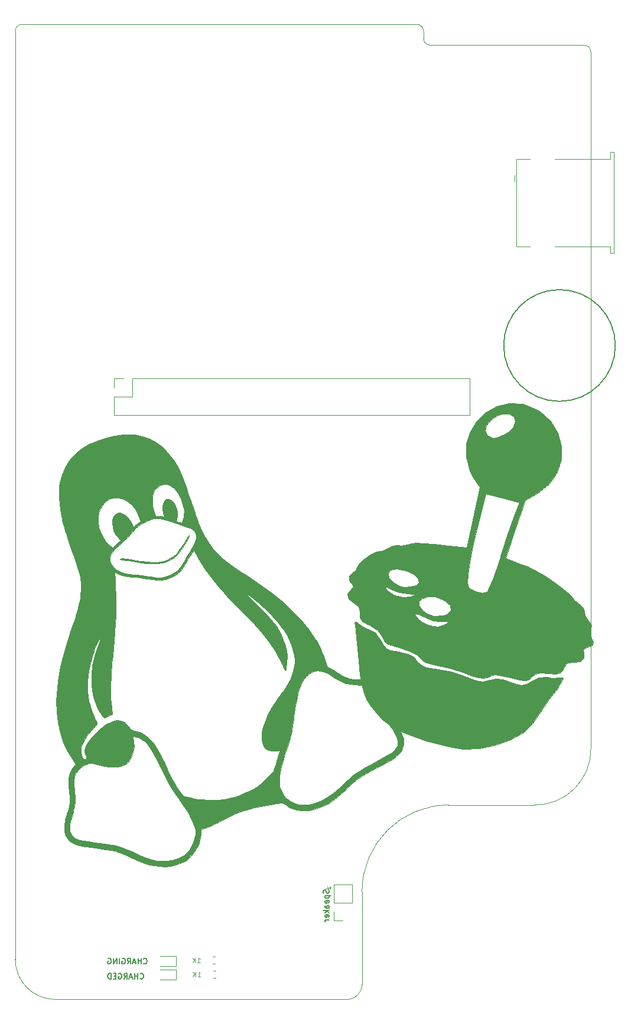
<source format=gbr>
G04 #@! TF.GenerationSoftware,KiCad,Pcbnew,5.1.5*
G04 #@! TF.CreationDate,2020-03-31T00:49:55+02:00*
G04 #@! TF.ProjectId,gameboy-dmg,67616d65-626f-4792-9d64-6d672e6b6963,rev?*
G04 #@! TF.SameCoordinates,PXa6cc320PY5867d60*
G04 #@! TF.FileFunction,Legend,Bot*
G04 #@! TF.FilePolarity,Positive*
%FSLAX46Y46*%
G04 Gerber Fmt 4.6, Leading zero omitted, Abs format (unit mm)*
G04 Created by KiCad (PCBNEW 5.1.5) date 2020-03-31 00:49:55*
%MOMM*%
%LPD*%
G04 APERTURE LIST*
%ADD10C,0.050000*%
%ADD11C,0.150000*%
%ADD12C,0.120000*%
%ADD13C,0.010000*%
G04 APERTURE END LIST*
D10*
X-36400000Y76600001D02*
G75*
G02X-37400359Y77580241I-11724J988600D01*
G01*
X-38400000Y79599999D02*
G75*
G02X-37399641Y78619759I11724J-988600D01*
G01*
X-37400359Y77580241D02*
X-37399641Y78619759D01*
X-14400359Y76600000D02*
X-36400000Y76600000D01*
X-14400359Y76599999D02*
G75*
G02X-13400000Y75619759I11724J-988600D01*
G01*
D11*
X-77998810Y-57035714D02*
X-77960715Y-57073809D01*
X-77846429Y-57111904D01*
X-77770239Y-57111904D01*
X-77655953Y-57073809D01*
X-77579762Y-56997619D01*
X-77541667Y-56921428D01*
X-77503572Y-56769047D01*
X-77503572Y-56654761D01*
X-77541667Y-56502380D01*
X-77579762Y-56426190D01*
X-77655953Y-56350000D01*
X-77770239Y-56311904D01*
X-77846429Y-56311904D01*
X-77960715Y-56350000D01*
X-77998810Y-56388095D01*
X-78341667Y-57111904D02*
X-78341667Y-56311904D01*
X-78341667Y-56692857D02*
X-78798810Y-56692857D01*
X-78798810Y-57111904D02*
X-78798810Y-56311904D01*
X-79141667Y-56883333D02*
X-79522620Y-56883333D01*
X-79065477Y-57111904D02*
X-79332143Y-56311904D01*
X-79598810Y-57111904D01*
X-80322620Y-57111904D02*
X-80055953Y-56730952D01*
X-79865477Y-57111904D02*
X-79865477Y-56311904D01*
X-80170239Y-56311904D01*
X-80246429Y-56350000D01*
X-80284524Y-56388095D01*
X-80322620Y-56464285D01*
X-80322620Y-56578571D01*
X-80284524Y-56654761D01*
X-80246429Y-56692857D01*
X-80170239Y-56730952D01*
X-79865477Y-56730952D01*
X-81084524Y-56350000D02*
X-81008334Y-56311904D01*
X-80894048Y-56311904D01*
X-80779762Y-56350000D01*
X-80703572Y-56426190D01*
X-80665477Y-56502380D01*
X-80627381Y-56654761D01*
X-80627381Y-56769047D01*
X-80665477Y-56921428D01*
X-80703572Y-56997619D01*
X-80779762Y-57073809D01*
X-80894048Y-57111904D01*
X-80970239Y-57111904D01*
X-81084524Y-57073809D01*
X-81122620Y-57035714D01*
X-81122620Y-56769047D01*
X-80970239Y-56769047D01*
X-81465477Y-56692857D02*
X-81732143Y-56692857D01*
X-81846429Y-57111904D02*
X-81465477Y-57111904D01*
X-81465477Y-56311904D01*
X-81846429Y-56311904D01*
X-82189286Y-57111904D02*
X-82189286Y-56311904D01*
X-82379762Y-56311904D01*
X-82494048Y-56350000D01*
X-82570239Y-56426190D01*
X-82608334Y-56502380D01*
X-82646429Y-56654761D01*
X-82646429Y-56769047D01*
X-82608334Y-56921428D01*
X-82570239Y-56997619D01*
X-82494048Y-57073809D01*
X-82379762Y-57111904D01*
X-82189286Y-57111904D01*
X-77501191Y-54885714D02*
X-77463096Y-54923809D01*
X-77348810Y-54961904D01*
X-77272620Y-54961904D01*
X-77158334Y-54923809D01*
X-77082143Y-54847619D01*
X-77044048Y-54771428D01*
X-77005953Y-54619047D01*
X-77005953Y-54504761D01*
X-77044048Y-54352380D01*
X-77082143Y-54276190D01*
X-77158334Y-54200000D01*
X-77272620Y-54161904D01*
X-77348810Y-54161904D01*
X-77463096Y-54200000D01*
X-77501191Y-54238095D01*
X-77844048Y-54961904D02*
X-77844048Y-54161904D01*
X-77844048Y-54542857D02*
X-78301191Y-54542857D01*
X-78301191Y-54961904D02*
X-78301191Y-54161904D01*
X-78644048Y-54733333D02*
X-79025000Y-54733333D01*
X-78567858Y-54961904D02*
X-78834524Y-54161904D01*
X-79101191Y-54961904D01*
X-79825000Y-54961904D02*
X-79558334Y-54580952D01*
X-79367858Y-54961904D02*
X-79367858Y-54161904D01*
X-79672620Y-54161904D01*
X-79748810Y-54200000D01*
X-79786905Y-54238095D01*
X-79825000Y-54314285D01*
X-79825000Y-54428571D01*
X-79786905Y-54504761D01*
X-79748810Y-54542857D01*
X-79672620Y-54580952D01*
X-79367858Y-54580952D01*
X-80586905Y-54200000D02*
X-80510715Y-54161904D01*
X-80396429Y-54161904D01*
X-80282143Y-54200000D01*
X-80205953Y-54276190D01*
X-80167858Y-54352380D01*
X-80129762Y-54504761D01*
X-80129762Y-54619047D01*
X-80167858Y-54771428D01*
X-80205953Y-54847619D01*
X-80282143Y-54923809D01*
X-80396429Y-54961904D01*
X-80472620Y-54961904D01*
X-80586905Y-54923809D01*
X-80625000Y-54885714D01*
X-80625000Y-54619047D01*
X-80472620Y-54619047D01*
X-80967858Y-54961904D02*
X-80967858Y-54161904D01*
X-81348810Y-54961904D02*
X-81348810Y-54161904D01*
X-81805953Y-54961904D01*
X-81805953Y-54161904D01*
X-82605953Y-54200000D02*
X-82529762Y-54161904D01*
X-82415477Y-54161904D01*
X-82301191Y-54200000D01*
X-82225000Y-54276190D01*
X-82186905Y-54352380D01*
X-82148810Y-54504761D01*
X-82148810Y-54619047D01*
X-82186905Y-54771428D01*
X-82225000Y-54847619D01*
X-82301191Y-54923809D01*
X-82415477Y-54961904D01*
X-82491667Y-54961904D01*
X-82605953Y-54923809D01*
X-82644048Y-54885714D01*
X-82644048Y-54619047D01*
X-82491667Y-54619047D01*
D12*
X-50825000Y-43820000D02*
X-50715000Y-44300000D01*
X-51145000Y-43830000D02*
X-50995000Y-44430000D01*
X-51605000Y-44270000D02*
X-50635000Y-44040000D01*
D11*
X-50976191Y-44390476D02*
X-50938096Y-44504761D01*
X-50938096Y-44695238D01*
X-50976191Y-44771428D01*
X-51014286Y-44809523D01*
X-51090477Y-44847619D01*
X-51166667Y-44847619D01*
X-51242858Y-44809523D01*
X-51280953Y-44771428D01*
X-51319048Y-44695238D01*
X-51357143Y-44542857D01*
X-51395239Y-44466666D01*
X-51433334Y-44428571D01*
X-51509524Y-44390476D01*
X-51585715Y-44390476D01*
X-51661905Y-44428571D01*
X-51700000Y-44466666D01*
X-51738096Y-44542857D01*
X-51738096Y-44733333D01*
X-51700000Y-44847619D01*
X-51471429Y-45190476D02*
X-50671429Y-45190476D01*
X-51433334Y-45190476D02*
X-51471429Y-45266666D01*
X-51471429Y-45419047D01*
X-51433334Y-45495238D01*
X-51395239Y-45533333D01*
X-51319048Y-45571428D01*
X-51090477Y-45571428D01*
X-51014286Y-45533333D01*
X-50976191Y-45495238D01*
X-50938096Y-45419047D01*
X-50938096Y-45266666D01*
X-50976191Y-45190476D01*
X-50976191Y-46219047D02*
X-50938096Y-46142857D01*
X-50938096Y-45990476D01*
X-50976191Y-45914285D01*
X-51052381Y-45876190D01*
X-51357143Y-45876190D01*
X-51433334Y-45914285D01*
X-51471429Y-45990476D01*
X-51471429Y-46142857D01*
X-51433334Y-46219047D01*
X-51357143Y-46257142D01*
X-51280953Y-46257142D01*
X-51204762Y-45876190D01*
X-50938096Y-46942857D02*
X-51357143Y-46942857D01*
X-51433334Y-46904761D01*
X-51471429Y-46828571D01*
X-51471429Y-46676190D01*
X-51433334Y-46600000D01*
X-50976191Y-46942857D02*
X-50938096Y-46866666D01*
X-50938096Y-46676190D01*
X-50976191Y-46600000D01*
X-51052381Y-46561904D01*
X-51128572Y-46561904D01*
X-51204762Y-46600000D01*
X-51242858Y-46676190D01*
X-51242858Y-46866666D01*
X-51280953Y-46942857D01*
X-50938096Y-47323809D02*
X-51738096Y-47323809D01*
X-51242858Y-47400000D02*
X-50938096Y-47628571D01*
X-51471429Y-47628571D02*
X-51166667Y-47323809D01*
X-50976191Y-48276190D02*
X-50938096Y-48200000D01*
X-50938096Y-48047619D01*
X-50976191Y-47971428D01*
X-51052381Y-47933333D01*
X-51357143Y-47933333D01*
X-51433334Y-47971428D01*
X-51471429Y-48047619D01*
X-51471429Y-48200000D01*
X-51433334Y-48276190D01*
X-51357143Y-48314285D01*
X-51280953Y-48314285D01*
X-51204762Y-47933333D01*
X-50938096Y-48657142D02*
X-51471429Y-48657142D01*
X-51319048Y-48657142D02*
X-51395239Y-48695238D01*
X-51433334Y-48733333D01*
X-51471429Y-48809523D01*
X-51471429Y-48885714D01*
D10*
X-95899999Y78600000D02*
G75*
G02X-94919759Y79600359I988600J11724D01*
G01*
X-90150000Y-60050000D02*
G75*
G02X-95900000Y-54300000I0J5750000D01*
G01*
X-46200000Y-44600000D02*
X-46200000Y-57900000D01*
X-48028302Y-60050000D02*
X-90150000Y-60050000D01*
X-46200000Y-57900000D02*
G75*
G02X-48028302Y-60050000I-2178302J0D01*
G01*
X-95900000Y78600000D02*
X-95900000Y-54300000D01*
X-38400000Y79600000D02*
X-94919759Y79600359D01*
X-33800000Y-32200000D02*
X-21500030Y-32200000D01*
X-13400000Y-24102438D02*
G75*
G02X-21500030Y-32200000I-8000030J-97562D01*
G01*
X-46200000Y-44600000D02*
G75*
G02X-33800000Y-32200000I12400000J0D01*
G01*
X-13400000Y75619759D02*
X-13400000Y-24100000D01*
D13*
G36*
X-80919127Y3045688D02*
G01*
X-80868535Y2975924D01*
X-80660980Y2922106D01*
X-80589336Y2914889D01*
X-80391225Y2892278D01*
X-80061087Y2846510D01*
X-79633840Y2782771D01*
X-79144404Y2706243D01*
X-78716113Y2636754D01*
X-77826722Y2498936D01*
X-77075199Y2404700D01*
X-76435730Y2354250D01*
X-75882499Y2347786D01*
X-75389694Y2385512D01*
X-74931498Y2467629D01*
X-74482098Y2594342D01*
X-74260167Y2671712D01*
X-73784584Y2869747D01*
X-73389642Y3095875D01*
X-73058653Y3341237D01*
X-72613932Y3759611D01*
X-72152949Y4303115D01*
X-71704689Y4933702D01*
X-71298140Y5613325D01*
X-71229468Y5742056D01*
X-71079707Y6054482D01*
X-70992669Y6287448D01*
X-70967512Y6424966D01*
X-71003394Y6451048D01*
X-71099473Y6349710D01*
X-71249110Y6115026D01*
X-71681128Y5384569D01*
X-72058875Y4788463D01*
X-72398536Y4307081D01*
X-72716292Y3920791D01*
X-73028329Y3609966D01*
X-73350828Y3354976D01*
X-73699974Y3136193D01*
X-73709485Y3130849D01*
X-74147276Y2912053D01*
X-74595908Y2747491D01*
X-75076211Y2636236D01*
X-75609018Y2577355D01*
X-76215159Y2569920D01*
X-76915464Y2613000D01*
X-77730765Y2705665D01*
X-78681893Y2846984D01*
X-78978238Y2895622D01*
X-79448339Y2971306D01*
X-79886867Y3036850D01*
X-80253518Y3086586D01*
X-80507989Y3114844D01*
X-80563772Y3118641D01*
X-80816342Y3102795D01*
X-80919127Y3045688D01*
G37*
X-80919127Y3045688D02*
X-80868535Y2975924D01*
X-80660980Y2922106D01*
X-80589336Y2914889D01*
X-80391225Y2892278D01*
X-80061087Y2846510D01*
X-79633840Y2782771D01*
X-79144404Y2706243D01*
X-78716113Y2636754D01*
X-77826722Y2498936D01*
X-77075199Y2404700D01*
X-76435730Y2354250D01*
X-75882499Y2347786D01*
X-75389694Y2385512D01*
X-74931498Y2467629D01*
X-74482098Y2594342D01*
X-74260167Y2671712D01*
X-73784584Y2869747D01*
X-73389642Y3095875D01*
X-73058653Y3341237D01*
X-72613932Y3759611D01*
X-72152949Y4303115D01*
X-71704689Y4933702D01*
X-71298140Y5613325D01*
X-71229468Y5742056D01*
X-71079707Y6054482D01*
X-70992669Y6287448D01*
X-70967512Y6424966D01*
X-71003394Y6451048D01*
X-71099473Y6349710D01*
X-71249110Y6115026D01*
X-71681128Y5384569D01*
X-72058875Y4788463D01*
X-72398536Y4307081D01*
X-72716292Y3920791D01*
X-73028329Y3609966D01*
X-73350828Y3354976D01*
X-73699974Y3136193D01*
X-73709485Y3130849D01*
X-74147276Y2912053D01*
X-74595908Y2747491D01*
X-75076211Y2636236D01*
X-75609018Y2577355D01*
X-76215159Y2569920D01*
X-76915464Y2613000D01*
X-77730765Y2705665D01*
X-78681893Y2846984D01*
X-78978238Y2895622D01*
X-79448339Y2971306D01*
X-79886867Y3036850D01*
X-80253518Y3086586D01*
X-80507989Y3114844D01*
X-80563772Y3118641D01*
X-80816342Y3102795D01*
X-80919127Y3045688D01*
G36*
X-84598648Y19748450D02*
G01*
X-85280915Y19456691D01*
X-85861020Y19161122D01*
X-86370674Y18842121D01*
X-86841586Y18480066D01*
X-87305467Y18055331D01*
X-87739160Y17607564D01*
X-88275748Y16924339D01*
X-88743167Y16116263D01*
X-89126033Y15219049D01*
X-89408964Y14268407D01*
X-89570171Y13356951D01*
X-89610874Y12695507D01*
X-89598474Y11910923D01*
X-89536474Y11039650D01*
X-89428377Y10118140D01*
X-89277684Y9182843D01*
X-89087900Y8270213D01*
X-89076950Y8223736D01*
X-89005649Y7959648D01*
X-88885697Y7558314D01*
X-88724376Y7042318D01*
X-88528965Y6434245D01*
X-88306746Y5756676D01*
X-88064999Y5032196D01*
X-87811005Y4283391D01*
X-87738138Y4070854D01*
X-87431335Y3175188D01*
X-87176329Y2419578D01*
X-86968793Y1784317D01*
X-86804398Y1249701D01*
X-86678816Y796023D01*
X-86587714Y403578D01*
X-86526768Y52660D01*
X-86491647Y-276435D01*
X-86478022Y-603414D01*
X-86481564Y-947982D01*
X-86497944Y-1329844D01*
X-86508719Y-1525569D01*
X-86545158Y-2010978D01*
X-86601454Y-2492612D01*
X-86682553Y-2990171D01*
X-86793406Y-3523356D01*
X-86938960Y-4111864D01*
X-87124165Y-4775396D01*
X-87353968Y-5533648D01*
X-87633320Y-6406324D01*
X-87967167Y-7413119D01*
X-88048250Y-7654070D01*
X-88491712Y-9008676D01*
X-88864968Y-10239839D01*
X-89174540Y-11375072D01*
X-89426951Y-12441883D01*
X-89628725Y-13467784D01*
X-89786382Y-14480283D01*
X-89903737Y-15479693D01*
X-90010234Y-17217234D01*
X-89972898Y-18865914D01*
X-89791568Y-20426495D01*
X-89466085Y-21899740D01*
X-88996286Y-23286408D01*
X-88382012Y-24587262D01*
X-87771305Y-25589108D01*
X-87240751Y-26372566D01*
X-87489721Y-26615291D01*
X-87783689Y-26991152D01*
X-88029802Y-27476365D01*
X-88202740Y-28012452D01*
X-88269486Y-28416045D01*
X-88278791Y-28711358D01*
X-88269200Y-29127577D01*
X-88242867Y-29617585D01*
X-88201945Y-30134270D01*
X-88181281Y-30344515D01*
X-88121048Y-30993061D01*
X-88094616Y-31519080D01*
X-88106213Y-31966776D01*
X-88160065Y-32380352D01*
X-88260398Y-32804012D01*
X-88411440Y-33281960D01*
X-88481305Y-33482200D01*
X-88750322Y-34380310D01*
X-88883810Y-35178611D01*
X-88881336Y-35879394D01*
X-88742460Y-36484949D01*
X-88466748Y-36997565D01*
X-88053764Y-37419534D01*
X-87685228Y-37660853D01*
X-87427717Y-37785317D01*
X-87128123Y-37894770D01*
X-86765022Y-37993699D01*
X-86316989Y-38086593D01*
X-85762597Y-38177939D01*
X-85080423Y-38272222D01*
X-84320783Y-38365507D01*
X-83490279Y-38466928D01*
X-82796503Y-38562631D01*
X-82207456Y-38661222D01*
X-81691140Y-38771309D01*
X-81215555Y-38901497D01*
X-80748704Y-39060395D01*
X-80258588Y-39256608D01*
X-79713207Y-39498745D01*
X-79179616Y-39748360D01*
X-78230480Y-40177547D01*
X-77386712Y-40510126D01*
X-76619379Y-40752631D01*
X-75899550Y-40911595D01*
X-75198295Y-40993550D01*
X-74486681Y-41005027D01*
X-73812096Y-40960365D01*
X-73156517Y-40844961D01*
X-72468203Y-40637205D01*
X-71818117Y-40361965D01*
X-71359769Y-40100981D01*
X-70794877Y-39636084D01*
X-70291298Y-39048597D01*
X-69868074Y-38374639D01*
X-69544247Y-37650333D01*
X-69338859Y-36911796D01*
X-69270950Y-36195148D01*
X-69272002Y-36140716D01*
X-69283710Y-35728361D01*
X-68128975Y-35258439D01*
X-67585704Y-35024715D01*
X-66974730Y-34741720D01*
X-66373146Y-34446174D01*
X-65885624Y-34190009D01*
X-65199852Y-33828134D01*
X-64546007Y-33518688D01*
X-63894545Y-33252271D01*
X-63215922Y-33019483D01*
X-62480592Y-32810925D01*
X-61659012Y-32617196D01*
X-60721636Y-32428899D01*
X-59869763Y-32276070D01*
X-59369385Y-32187776D01*
X-58889960Y-32099504D01*
X-58473178Y-32019189D01*
X-58160731Y-31954764D01*
X-58056010Y-31930833D01*
X-57785882Y-31873411D01*
X-57608739Y-31877262D01*
X-57454499Y-31958018D01*
X-57284476Y-32102933D01*
X-57048157Y-32278236D01*
X-56721158Y-32473508D01*
X-56371114Y-32648637D01*
X-56344545Y-32660399D01*
X-55548226Y-32918124D01*
X-54702539Y-33020923D01*
X-53817435Y-32972473D01*
X-52902870Y-32776448D01*
X-51968796Y-32436527D01*
X-51025166Y-31956386D01*
X-50081934Y-31339699D01*
X-49149052Y-30590145D01*
X-48236474Y-29711398D01*
X-48169626Y-29640915D01*
X-47794159Y-29259589D01*
X-47413425Y-28912380D01*
X-47005609Y-28584670D01*
X-46548895Y-28261844D01*
X-46021466Y-27929286D01*
X-45401511Y-27572380D01*
X-44667210Y-27176508D01*
X-43896010Y-26777616D01*
X-43382295Y-26511038D01*
X-42881163Y-26242786D01*
X-42426926Y-25991829D01*
X-42053896Y-25777146D01*
X-41796386Y-25617710D01*
X-41786392Y-25611011D01*
X-41162661Y-25129140D01*
X-40701713Y-24630619D01*
X-40397144Y-24105735D01*
X-40242546Y-23544768D01*
X-40219281Y-23234388D01*
X-40280843Y-22712143D01*
X-40399859Y-22340181D01*
X-41179130Y-22623812D01*
X-41068844Y-23148316D01*
X-41070111Y-23425790D01*
X-41123563Y-23690841D01*
X-41236491Y-23945501D01*
X-41421603Y-24200113D01*
X-41691611Y-24465022D01*
X-42059226Y-24750571D01*
X-42537160Y-25067107D01*
X-43138120Y-25424971D01*
X-43874819Y-25834510D01*
X-44330438Y-26079131D01*
X-45091711Y-26486562D01*
X-45726009Y-26833869D01*
X-46257358Y-27137551D01*
X-46709790Y-27414112D01*
X-47107332Y-27680050D01*
X-47474011Y-27951867D01*
X-47833859Y-28246065D01*
X-48210901Y-28579142D01*
X-48629169Y-28967601D01*
X-48871699Y-29197691D01*
X-49568589Y-29843689D01*
X-50187668Y-30374219D01*
X-50755689Y-30807001D01*
X-51299410Y-31159753D01*
X-51845587Y-31450197D01*
X-52420975Y-31696052D01*
X-52901011Y-31866204D01*
X-53436317Y-32030972D01*
X-53865916Y-32134288D01*
X-54237512Y-32186389D01*
X-54442564Y-32197117D01*
X-55248952Y-32141350D01*
X-55974431Y-31938474D01*
X-56612874Y-31592289D01*
X-57158157Y-31106589D01*
X-57501235Y-30628569D01*
X-70232637Y-35262420D01*
X-70131056Y-35564177D01*
X-70073585Y-35794252D01*
X-70052273Y-35995982D01*
X-70059175Y-36212698D01*
X-70085875Y-36483453D01*
X-70186652Y-37000309D01*
X-70369238Y-37557118D01*
X-70610235Y-38100533D01*
X-70886246Y-38577209D01*
X-71150356Y-38910307D01*
X-71749347Y-39418091D01*
X-72431172Y-39794439D01*
X-73217322Y-40050427D01*
X-73464296Y-40103046D01*
X-74170501Y-40203388D01*
X-74857616Y-40223866D01*
X-75553490Y-40159557D01*
X-76285973Y-40005533D01*
X-77082912Y-39756869D01*
X-77972156Y-39408638D01*
X-78372052Y-39234982D01*
X-79171867Y-38883558D01*
X-79851197Y-38597409D01*
X-80441640Y-38367344D01*
X-80974793Y-38184173D01*
X-81482253Y-38038708D01*
X-81995619Y-37921761D01*
X-82546488Y-37824140D01*
X-83166458Y-37736658D01*
X-83779098Y-37662513D01*
X-84641119Y-37554437D01*
X-85418534Y-37439695D01*
X-86091704Y-37321823D01*
X-86640990Y-37204358D01*
X-87046750Y-37090834D01*
X-87138402Y-37057745D01*
X-87425964Y-36899744D01*
X-87698580Y-36679174D01*
X-87757779Y-36616306D01*
X-87951380Y-36333245D01*
X-88069543Y-36004679D01*
X-88111906Y-35610876D01*
X-88078113Y-35132106D01*
X-87967801Y-34548637D01*
X-87780614Y-33840740D01*
X-87702408Y-33578102D01*
X-87564665Y-33106890D01*
X-87462890Y-32698927D01*
X-87394334Y-32318685D01*
X-87356248Y-31930636D01*
X-87345886Y-31499251D01*
X-87360499Y-30989003D01*
X-87397337Y-30364363D01*
X-87424324Y-29983120D01*
X-87464464Y-29360154D01*
X-87480708Y-28874481D01*
X-87470784Y-28495449D01*
X-87432419Y-28192405D01*
X-87363343Y-27934696D01*
X-87261284Y-27691666D01*
X-87253313Y-27675361D01*
X-86944407Y-27206150D01*
X-86510775Y-26813359D01*
X-85935296Y-26482467D01*
X-85749800Y-26400352D01*
X-85413607Y-26264382D01*
X-85183221Y-26190473D01*
X-85010739Y-26169655D01*
X-84848253Y-26192959D01*
X-84764362Y-26215822D01*
X-83853201Y-26466430D01*
X-83070498Y-26642152D01*
X-82393714Y-26744753D01*
X-81800316Y-26775995D01*
X-81267766Y-26737644D01*
X-80773529Y-26631461D01*
X-80518854Y-26548081D01*
X-80087681Y-26358585D01*
X-79766374Y-26127869D01*
X-79509120Y-25813252D01*
X-79280857Y-25394694D01*
X-79014938Y-24649009D01*
X-78898502Y-23860447D01*
X-78937410Y-23072395D01*
X-78953873Y-22973965D01*
X-78997987Y-22645956D01*
X-78976091Y-22442808D01*
X-78870727Y-22356445D01*
X-78664440Y-22378789D01*
X-78339776Y-22501759D01*
X-78134987Y-22594988D01*
X-77740291Y-22814654D01*
X-77367942Y-23099539D01*
X-77007120Y-23464309D01*
X-76647007Y-23923627D01*
X-76276787Y-24492160D01*
X-75885638Y-25184571D01*
X-75462744Y-26015525D01*
X-75187550Y-26590356D01*
X-74477456Y-28025502D01*
X-73750080Y-29348478D01*
X-73017546Y-30538015D01*
X-72539776Y-31235997D01*
X-72056021Y-31915491D01*
X-71661194Y-32483129D01*
X-71341648Y-32961787D01*
X-71083737Y-33374341D01*
X-70873812Y-33743666D01*
X-70698227Y-34092637D01*
X-70543335Y-34444127D01*
X-70395488Y-34821013D01*
X-70386274Y-34845652D01*
X-70232637Y-35262420D01*
X-57501235Y-30628569D01*
X-57604153Y-30485171D01*
X-57788517Y-30123618D01*
X-57920854Y-29800500D01*
X-57998965Y-29510252D01*
X-58038309Y-29179024D01*
X-58051466Y-28867818D01*
X-58055420Y-28529107D01*
X-58046231Y-28210458D01*
X-58019394Y-27892377D01*
X-57970408Y-27555375D01*
X-57894766Y-27179960D01*
X-57787964Y-26746641D01*
X-57645501Y-26235929D01*
X-57462871Y-25628330D01*
X-57235570Y-24904356D01*
X-56959096Y-24044513D01*
X-56881939Y-23806572D01*
X-56625224Y-22981876D01*
X-56422734Y-22243384D01*
X-56261875Y-21532928D01*
X-56130046Y-20792345D01*
X-56014652Y-19963466D01*
X-55971031Y-19600689D01*
X-55804253Y-18335525D01*
X-55614409Y-17229289D01*
X-55397703Y-16272678D01*
X-55150346Y-15456386D01*
X-54868543Y-14771111D01*
X-54548502Y-14207548D01*
X-54186430Y-13756392D01*
X-53778535Y-13408340D01*
X-53348070Y-13166028D01*
X-52959053Y-13024317D01*
X-52579742Y-12962859D01*
X-52186421Y-12987415D01*
X-51755372Y-13103747D01*
X-51262875Y-13317616D01*
X-50685214Y-13634786D01*
X-50204113Y-13929799D01*
X-49807559Y-14172152D01*
X-49414059Y-14398087D01*
X-49070659Y-14581415D01*
X-48835953Y-14691347D01*
X-48453614Y-14803873D01*
X-47910633Y-14898416D01*
X-47214842Y-14973977D01*
X-46374079Y-15029558D01*
X-46074481Y-15043011D01*
X-45446279Y-15124194D01*
X-44875464Y-15305976D01*
X-44402702Y-15573496D01*
X-44235986Y-15714771D01*
X-44063470Y-15919794D01*
X-43899994Y-16198581D01*
X-43738694Y-16569295D01*
X-43572705Y-17050101D01*
X-43395162Y-17659164D01*
X-43199201Y-18414647D01*
X-43168152Y-18540264D01*
X-43054996Y-18996555D01*
X-42958502Y-19356580D01*
X-42862932Y-19653445D01*
X-42752547Y-19920259D01*
X-42611612Y-20190129D01*
X-42424387Y-20496159D01*
X-42175138Y-20871458D01*
X-41848124Y-21349132D01*
X-41798941Y-21420676D01*
X-41424684Y-22041911D01*
X-41179130Y-22623812D01*
X-40399859Y-22340181D01*
X-40469378Y-22122912D01*
X-40772484Y-21495870D01*
X-41177753Y-20860190D01*
X-41297869Y-20697699D01*
X-41681534Y-20137622D01*
X-41984226Y-19558184D01*
X-42225322Y-18913779D01*
X-42424192Y-18158796D01*
X-42472809Y-17931791D01*
X-42665131Y-17100055D01*
X-42874255Y-16416967D01*
X-43111912Y-15861916D01*
X-43389836Y-15414291D01*
X-43719758Y-15053485D01*
X-44113410Y-14758885D01*
X-44358566Y-14619052D01*
X-44782533Y-14433951D01*
X-45251925Y-14305780D01*
X-45801005Y-14228725D01*
X-46464038Y-14196965D01*
X-46848741Y-14196252D01*
X-47463138Y-14183270D01*
X-47968323Y-14119964D01*
X-48420960Y-13990057D01*
X-48877712Y-13777269D01*
X-49395244Y-13465321D01*
X-49396986Y-13464193D01*
X-49781365Y-13218717D01*
X-50171388Y-12975434D01*
X-50511441Y-12768773D01*
X-50677935Y-12671190D01*
X-51157266Y-12397326D01*
X-51699227Y-10925551D01*
X-51910407Y-10360803D01*
X-52086622Y-9915821D01*
X-52246921Y-9549881D01*
X-52410351Y-9222261D01*
X-52595959Y-8892237D01*
X-52822792Y-8519088D01*
X-52830939Y-8505989D01*
X-53107473Y-8102221D01*
X-56352682Y-9283380D01*
X-56171756Y-9780879D01*
X-56043861Y-10160285D01*
X-55958973Y-10460661D01*
X-55907068Y-10721068D01*
X-55878124Y-10980572D01*
X-55866338Y-11178674D01*
X-55870170Y-11942394D01*
X-55961114Y-12669191D01*
X-56148245Y-13383338D01*
X-56440629Y-14109111D01*
X-56847337Y-14870784D01*
X-57377439Y-15692631D01*
X-57744834Y-16206198D01*
X-58528639Y-17318547D01*
X-59177308Y-18348898D01*
X-59696502Y-19309328D01*
X-60091877Y-20211919D01*
X-60369091Y-21068751D01*
X-60533803Y-21891905D01*
X-60571701Y-22241628D01*
X-60563425Y-22781143D01*
X-60461578Y-23299262D01*
X-60279903Y-23752465D01*
X-60032145Y-24097235D01*
X-59966731Y-24157057D01*
X-59556737Y-24389166D01*
X-59044947Y-24491996D01*
X-58441151Y-24463632D01*
X-58417097Y-24460030D01*
X-57930955Y-24385535D01*
X-58159366Y-25066072D01*
X-58299546Y-25501692D01*
X-58447189Y-25988663D01*
X-58569916Y-26420058D01*
X-58673137Y-26776220D01*
X-58779204Y-27057516D01*
X-58913240Y-27305226D01*
X-59100367Y-27560629D01*
X-59365710Y-27865006D01*
X-59607851Y-28125498D01*
X-60413022Y-28902179D01*
X-61283511Y-29578766D01*
X-61807202Y-29923585D01*
X-62340785Y-30213821D01*
X-62997096Y-30504216D01*
X-63730252Y-30779356D01*
X-64494364Y-31023824D01*
X-65243548Y-31222206D01*
X-65931916Y-31359088D01*
X-66182674Y-31393481D01*
X-66661457Y-31439310D01*
X-67177190Y-31473782D01*
X-67646803Y-31491852D01*
X-67825539Y-31493260D01*
X-68399802Y-31474900D01*
X-69005673Y-31430010D01*
X-69617032Y-31363108D01*
X-70207756Y-31278711D01*
X-70751726Y-31181335D01*
X-71222822Y-31075495D01*
X-71594921Y-30965710D01*
X-71841905Y-30856494D01*
X-71925406Y-30784322D01*
X-72009840Y-30657970D01*
X-72170220Y-30422496D01*
X-72385992Y-30107924D01*
X-72636600Y-29744276D01*
X-72726605Y-29614048D01*
X-72992808Y-29220762D01*
X-73217860Y-28864634D01*
X-73422649Y-28507151D01*
X-73628071Y-28109799D01*
X-73855019Y-27634065D01*
X-74124383Y-27041434D01*
X-74134821Y-27018133D01*
X-74560438Y-26085564D01*
X-74940664Y-25294163D01*
X-75286555Y-24625450D01*
X-75609172Y-24060946D01*
X-75919568Y-23582170D01*
X-76228803Y-23170642D01*
X-76547933Y-22807884D01*
X-76809203Y-22548435D01*
X-77294161Y-22169296D01*
X-77855821Y-21853922D01*
X-78433636Y-21632440D01*
X-78817726Y-21549070D01*
X-79092770Y-21505739D01*
X-79273003Y-21442800D01*
X-79414130Y-21323690D01*
X-79571859Y-21111848D01*
X-79641882Y-21008154D01*
X-80019668Y-20554120D01*
X-80447553Y-20253809D01*
X-80944584Y-20094481D01*
X-81026934Y-20081867D01*
X-81238307Y-20061833D01*
X-81427559Y-20072393D01*
X-81641245Y-20123953D01*
X-81925924Y-20226921D01*
X-82230251Y-20350887D01*
X-82712913Y-20568606D01*
X-83096737Y-20786849D01*
X-83447851Y-21044361D01*
X-83529869Y-21112320D01*
X-84135653Y-21658760D01*
X-84683468Y-22222378D01*
X-85155323Y-22780606D01*
X-85533231Y-23310880D01*
X-85799203Y-23790629D01*
X-85914436Y-24103835D01*
X-85969765Y-24378216D01*
X-85963809Y-24615662D01*
X-85890457Y-24895016D01*
X-85842478Y-25031753D01*
X-85746345Y-25306464D01*
X-85711756Y-25464693D01*
X-85740593Y-25548429D01*
X-85834734Y-25599665D01*
X-85868468Y-25612234D01*
X-86040146Y-25630968D01*
X-86184089Y-25533738D01*
X-86320205Y-25300894D01*
X-86410197Y-25077644D01*
X-86519169Y-24582103D01*
X-86490091Y-24052205D01*
X-86319966Y-23481083D01*
X-86005798Y-22861868D01*
X-85544590Y-22187691D01*
X-84933346Y-21451685D01*
X-84731280Y-21229675D01*
X-84451975Y-20926022D01*
X-84272436Y-20717882D01*
X-84177158Y-20576730D01*
X-84150637Y-20474035D01*
X-84177367Y-20381270D01*
X-84224907Y-20297956D01*
X-84421741Y-19925096D01*
X-84638496Y-19437057D01*
X-84856762Y-18883601D01*
X-85058126Y-18314484D01*
X-85224173Y-17779468D01*
X-85336494Y-17328309D01*
X-85350012Y-17257459D01*
X-85509410Y-15903643D01*
X-85516432Y-14493981D01*
X-85372179Y-13044169D01*
X-85077755Y-11569905D01*
X-84906419Y-10936353D01*
X-84798027Y-10598863D01*
X-84656595Y-10206896D01*
X-84495515Y-9792211D01*
X-84328178Y-9386570D01*
X-84167978Y-9021732D01*
X-84028302Y-8729460D01*
X-83922545Y-8541515D01*
X-83874268Y-8488372D01*
X-83785046Y-8512762D01*
X-83781760Y-8681038D01*
X-83864056Y-8991386D01*
X-84031578Y-9441995D01*
X-84087769Y-9578835D01*
X-84537489Y-10873022D01*
X-84836592Y-12227647D01*
X-84982111Y-13620252D01*
X-84971085Y-15028378D01*
X-84902972Y-15755469D01*
X-84791666Y-16347536D01*
X-84604079Y-17011737D01*
X-84360172Y-17695041D01*
X-84079908Y-18344419D01*
X-83783248Y-18906841D01*
X-83622713Y-19156508D01*
X-83434866Y-19420394D01*
X-83285804Y-19623168D01*
X-83200510Y-19731066D01*
X-83190911Y-19739978D01*
X-83104566Y-19713646D01*
X-82904687Y-19630164D01*
X-82630225Y-19506022D01*
X-82554862Y-19470726D01*
X-81951488Y-19186236D01*
X-82076402Y-18240597D01*
X-82208175Y-16822535D01*
X-82247060Y-15278416D01*
X-82193363Y-13623561D01*
X-82047389Y-11873297D01*
X-81929667Y-10889058D01*
X-81802574Y-9820493D01*
X-81699782Y-8715808D01*
X-81618796Y-7539984D01*
X-81557114Y-6258002D01*
X-81520580Y-5153940D01*
X-81509951Y-4599616D01*
X-81505601Y-3967462D01*
X-81506991Y-3283777D01*
X-81513582Y-2574860D01*
X-81524834Y-1867008D01*
X-81540207Y-1186522D01*
X-81559162Y-559701D01*
X-81581159Y-12842D01*
X-81605659Y427754D01*
X-81632120Y735791D01*
X-81643080Y815675D01*
X-81669101Y1022432D01*
X-81667866Y1138491D01*
X-81662534Y1146471D01*
X-81575372Y1116747D01*
X-81392650Y1027547D01*
X-81285214Y970168D01*
X-80875118Y795582D01*
X-80347062Y645324D01*
X-79751898Y530419D01*
X-79140475Y461895D01*
X-78883419Y449386D01*
X-78498495Y423083D01*
X-78013184Y366785D01*
X-77491999Y288997D01*
X-77037910Y206091D01*
X-76237331Y69487D01*
X-75547971Y12454D01*
X-74930995Y36095D01*
X-74347563Y141515D01*
X-73847513Y296790D01*
X-73310855Y517112D01*
X-72862879Y765790D01*
X-72476106Y1068796D01*
X-72123052Y1452101D01*
X-71776232Y1941679D01*
X-71408168Y2563500D01*
X-71363404Y2644357D01*
X-71141608Y3025544D01*
X-70889032Y3427311D01*
X-70657664Y3767179D01*
X-70642251Y3788374D01*
X-70273676Y4292021D01*
X-69914408Y3593631D01*
X-69542250Y2907029D01*
X-69129632Y2220011D01*
X-68667020Y1520867D01*
X-68144882Y797887D01*
X-67553686Y39359D01*
X-66883898Y-766425D01*
X-66125985Y-1631175D01*
X-65270414Y-2566603D01*
X-64307654Y-3584419D01*
X-63228172Y-4696330D01*
X-62867929Y-5062380D01*
X-61880913Y-6084144D01*
X-61018562Y-7025652D01*
X-60267380Y-7904557D01*
X-59613870Y-8738511D01*
X-59044538Y-9545160D01*
X-58545887Y-10342160D01*
X-58104419Y-11147156D01*
X-57900657Y-11558705D01*
X-57717084Y-11939476D01*
X-57546050Y-12289266D01*
X-57408893Y-12564710D01*
X-57337069Y-12703942D01*
X-57240706Y-12870430D01*
X-57186715Y-12896322D01*
X-57140404Y-12791810D01*
X-57131592Y-12764305D01*
X-57069563Y-12478236D01*
X-57018650Y-12074071D01*
X-56981765Y-11602849D01*
X-56961828Y-11115612D01*
X-56961754Y-10663397D01*
X-56984459Y-10297244D01*
X-56988667Y-10262927D01*
X-57089575Y-9752538D01*
X-57262358Y-9151130D01*
X-57488253Y-8510715D01*
X-57748495Y-7883305D01*
X-58024321Y-7320912D01*
X-58097216Y-7190116D01*
X-58451394Y-6621055D01*
X-58865836Y-6047705D01*
X-59357434Y-5450302D01*
X-59943078Y-4809078D01*
X-60639658Y-4104271D01*
X-61175153Y-3588235D01*
X-61596193Y-3184259D01*
X-61974190Y-2812787D01*
X-62292130Y-2491263D01*
X-62532994Y-2237128D01*
X-62679767Y-2067826D01*
X-62717881Y-2006901D01*
X-62666956Y-1999779D01*
X-62507542Y-2093506D01*
X-62256237Y-2274788D01*
X-61929632Y-2530335D01*
X-61544324Y-2846852D01*
X-61116906Y-3211048D01*
X-60663974Y-3609631D01*
X-60262358Y-3973773D01*
X-59292964Y-4922393D01*
X-58399352Y-5910046D01*
X-57617655Y-6895971D01*
X-57392367Y-7211187D01*
X-57154725Y-7560550D01*
X-56969905Y-7856228D01*
X-56815620Y-8142645D01*
X-56669584Y-8464217D01*
X-56509509Y-8865368D01*
X-56352682Y-9283380D01*
X-53107473Y-8102221D01*
X-53770165Y-7134622D01*
X-54869921Y-5782024D01*
X-56131547Y-4446976D01*
X-57556385Y-3128260D01*
X-59145773Y-1824657D01*
X-60901053Y-534952D01*
X-62823566Y742075D01*
X-63424062Y1117303D01*
X-64473727Y1792168D01*
X-65383801Y2441743D01*
X-66177284Y3088037D01*
X-66877179Y3753059D01*
X-67506488Y4458819D01*
X-68088211Y5227328D01*
X-68645350Y6080595D01*
X-68693228Y6159252D01*
X-68860963Y6450401D01*
X-69029041Y6773844D01*
X-69144676Y7019836D01*
X-70093423Y6674521D01*
X-69997705Y6300653D01*
X-69988170Y5952447D01*
X-69988738Y5948209D01*
X-70112259Y5464981D01*
X-70354516Y4905926D01*
X-70701729Y4300631D01*
X-70881892Y4030596D01*
X-71140035Y3645318D01*
X-71429012Y3192073D01*
X-71697947Y2751211D01*
X-71772574Y2623955D01*
X-72127412Y2045733D01*
X-72456467Y1599465D01*
X-72791173Y1257732D01*
X-73162959Y993114D01*
X-73603256Y778191D01*
X-74089244Y602915D01*
X-74639011Y445567D01*
X-75087817Y365412D01*
X-75397678Y350918D01*
X-75698771Y371291D01*
X-76102739Y419216D01*
X-76546921Y486574D01*
X-76816088Y534737D01*
X-77289327Y613873D01*
X-77852566Y690798D01*
X-78426654Y755432D01*
X-78822319Y790193D01*
X-79558603Y862204D01*
X-80160489Y964281D01*
X-80661578Y1105251D01*
X-81095468Y1293945D01*
X-81383414Y1463196D01*
X-81854440Y1844192D01*
X-82176398Y2269599D01*
X-82343712Y2726570D01*
X-82350806Y3202254D01*
X-82270137Y3506734D01*
X-82150701Y3770039D01*
X-81982481Y4034265D01*
X-81746978Y4320288D01*
X-81425694Y4648983D01*
X-81000130Y5041227D01*
X-80602384Y5388821D01*
X-80210458Y5740530D01*
X-79806604Y6127248D01*
X-79439246Y6501258D01*
X-79164633Y6805522D01*
X-78663530Y7360949D01*
X-78189646Y7792365D01*
X-77701118Y8130354D01*
X-77156083Y8405506D01*
X-76760802Y8561830D01*
X-76375310Y8698560D01*
X-76092951Y8782836D01*
X-75858813Y8823001D01*
X-75617984Y8827395D01*
X-75315554Y8804361D01*
X-75223972Y8795303D01*
X-74827419Y8741824D01*
X-74433823Y8666425D01*
X-74121783Y8584415D01*
X-74095209Y8575437D01*
X-73876068Y8499512D01*
X-73531778Y8380991D01*
X-73097462Y8231927D01*
X-72608241Y8064379D01*
X-72166654Y7913424D01*
X-71676693Y7741520D01*
X-71229812Y7576210D01*
X-70855923Y7429230D01*
X-70584931Y7312310D01*
X-70450821Y7240353D01*
X-70252176Y7009329D01*
X-70093423Y6674521D01*
X-69144676Y7019836D01*
X-69202842Y7143571D01*
X-69387740Y7573570D01*
X-69589112Y8077832D01*
X-69812336Y8670346D01*
X-70062788Y9365104D01*
X-70345846Y10176092D01*
X-70666883Y11117301D01*
X-70889384Y11780056D01*
X-72063681Y11352646D01*
X-71900205Y10887266D01*
X-71791383Y10535611D01*
X-71727127Y10254938D01*
X-71697351Y10002504D01*
X-71691626Y9776156D01*
X-71709966Y9438061D01*
X-71756150Y9078517D01*
X-71821300Y8739992D01*
X-71896535Y8464954D01*
X-71972976Y8295868D01*
X-72007659Y8264748D01*
X-72128932Y8268150D01*
X-72347693Y8308762D01*
X-72458405Y8335862D01*
X-72833922Y8434531D01*
X-72727866Y8774326D01*
X-72647199Y9216470D01*
X-72659540Y9683788D01*
X-72751875Y10151630D01*
X-72911190Y10595346D01*
X-73124474Y10990283D01*
X-73378713Y11311790D01*
X-73660893Y11535218D01*
X-73958002Y11635915D01*
X-74221352Y11603473D01*
X-74483321Y11422303D01*
X-74667722Y11113456D01*
X-74768630Y10702684D01*
X-74780124Y10215739D01*
X-74696278Y9678374D01*
X-74679500Y9611614D01*
X-74543681Y9092614D01*
X-75063164Y9154253D01*
X-75358091Y9180321D01*
X-75594505Y9185210D01*
X-75702468Y9172283D01*
X-75766248Y9174236D01*
X-75796229Y9210393D01*
X-77930481Y8433589D01*
X-78318172Y8137244D01*
X-78560550Y7943017D01*
X-78765206Y7763597D01*
X-78849746Y7679228D01*
X-78936521Y7593628D01*
X-78998091Y7597601D01*
X-79062774Y7715487D01*
X-79144775Y7932829D01*
X-79446038Y8555419D01*
X-79847535Y9052884D01*
X-80339873Y9414012D01*
X-80419997Y9455249D01*
X-80712092Y9587590D01*
X-80918293Y9643447D01*
X-81098817Y9631926D01*
X-81259987Y9582222D01*
X-81490431Y9470496D01*
X-81659214Y9302313D01*
X-81803258Y9063408D01*
X-81969522Y8635369D01*
X-82016995Y8181408D01*
X-81945313Y7669062D01*
X-81781790Y7139791D01*
X-81632704Y6763539D01*
X-81491327Y6491148D01*
X-81321988Y6262803D01*
X-81148442Y6077683D01*
X-80943807Y5865989D01*
X-80844391Y5738010D01*
X-80832321Y5661173D01*
X-80888462Y5603787D01*
X-81010590Y5503447D01*
X-81211054Y5323955D01*
X-81446616Y5104031D01*
X-81448306Y5102422D01*
X-81667774Y4895114D01*
X-81835901Y4739441D01*
X-81918447Y4667072D01*
X-81920142Y4665942D01*
X-82001584Y4700680D01*
X-82168966Y4814012D01*
X-82289252Y4905467D01*
X-82893953Y5489643D01*
X-83384473Y6198495D01*
X-83618357Y6671008D01*
X-83909504Y7519624D01*
X-84042566Y8350782D01*
X-84017473Y9152727D01*
X-83834153Y9913708D01*
X-83640879Y10360027D01*
X-83262499Y10938268D01*
X-82802757Y11373163D01*
X-82275083Y11659635D01*
X-81692907Y11792602D01*
X-81069660Y11766984D01*
X-80420124Y11578261D01*
X-79747008Y11229399D01*
X-79187414Y10778455D01*
X-78726065Y10208943D01*
X-78347684Y9504376D01*
X-78228134Y9212662D01*
X-77930481Y8433589D01*
X-75796229Y9210393D01*
X-75827824Y9248495D01*
X-75900202Y9422079D01*
X-75996391Y9722011D01*
X-76043871Y9881450D01*
X-76214687Y10647315D01*
X-76268388Y11365799D01*
X-76209196Y12020299D01*
X-76041336Y12594213D01*
X-75769031Y13070940D01*
X-75396504Y13433876D01*
X-75097079Y13603323D01*
X-74633302Y13734446D01*
X-74178590Y13710881D01*
X-73708082Y13529691D01*
X-73516470Y13416656D01*
X-73134410Y13140911D01*
X-72824518Y12837421D01*
X-72562835Y12472140D01*
X-72325398Y12011027D01*
X-72088245Y11420039D01*
X-72063681Y11352646D01*
X-70889384Y11780056D01*
X-71031281Y12202722D01*
X-71131332Y12502897D01*
X-71446947Y13433113D01*
X-71729939Y14224138D01*
X-71991189Y14900428D01*
X-72241575Y15486442D01*
X-72491977Y16006641D01*
X-72753276Y16485479D01*
X-73036349Y16947415D01*
X-73254023Y17274897D01*
X-74007780Y18249597D01*
X-74832791Y19073860D01*
X-75725762Y19745851D01*
X-76683398Y20263738D01*
X-77702403Y20625686D01*
X-78779483Y20829861D01*
X-79728483Y20878085D01*
X-80413424Y20855820D01*
X-81046233Y20796399D01*
X-81668311Y20691424D01*
X-82321061Y20532502D01*
X-83045885Y20311236D01*
X-83782508Y20056023D01*
X-84598648Y19748450D01*
G37*
X-84598648Y19748450D02*
X-85280915Y19456691D01*
X-85861020Y19161122D01*
X-86370674Y18842121D01*
X-86841586Y18480066D01*
X-87305467Y18055331D01*
X-87739160Y17607564D01*
X-88275748Y16924339D01*
X-88743167Y16116263D01*
X-89126033Y15219049D01*
X-89408964Y14268407D01*
X-89570171Y13356951D01*
X-89610874Y12695507D01*
X-89598474Y11910923D01*
X-89536474Y11039650D01*
X-89428377Y10118140D01*
X-89277684Y9182843D01*
X-89087900Y8270213D01*
X-89076950Y8223736D01*
X-89005649Y7959648D01*
X-88885697Y7558314D01*
X-88724376Y7042318D01*
X-88528965Y6434245D01*
X-88306746Y5756676D01*
X-88064999Y5032196D01*
X-87811005Y4283391D01*
X-87738138Y4070854D01*
X-87431335Y3175188D01*
X-87176329Y2419578D01*
X-86968793Y1784317D01*
X-86804398Y1249701D01*
X-86678816Y796023D01*
X-86587714Y403578D01*
X-86526768Y52660D01*
X-86491647Y-276435D01*
X-86478022Y-603414D01*
X-86481564Y-947982D01*
X-86497944Y-1329844D01*
X-86508719Y-1525569D01*
X-86545158Y-2010978D01*
X-86601454Y-2492612D01*
X-86682553Y-2990171D01*
X-86793406Y-3523356D01*
X-86938960Y-4111864D01*
X-87124165Y-4775396D01*
X-87353968Y-5533648D01*
X-87633320Y-6406324D01*
X-87967167Y-7413119D01*
X-88048250Y-7654070D01*
X-88491712Y-9008676D01*
X-88864968Y-10239839D01*
X-89174540Y-11375072D01*
X-89426951Y-12441883D01*
X-89628725Y-13467784D01*
X-89786382Y-14480283D01*
X-89903737Y-15479693D01*
X-90010234Y-17217234D01*
X-89972898Y-18865914D01*
X-89791568Y-20426495D01*
X-89466085Y-21899740D01*
X-88996286Y-23286408D01*
X-88382012Y-24587262D01*
X-87771305Y-25589108D01*
X-87240751Y-26372566D01*
X-87489721Y-26615291D01*
X-87783689Y-26991152D01*
X-88029802Y-27476365D01*
X-88202740Y-28012452D01*
X-88269486Y-28416045D01*
X-88278791Y-28711358D01*
X-88269200Y-29127577D01*
X-88242867Y-29617585D01*
X-88201945Y-30134270D01*
X-88181281Y-30344515D01*
X-88121048Y-30993061D01*
X-88094616Y-31519080D01*
X-88106213Y-31966776D01*
X-88160065Y-32380352D01*
X-88260398Y-32804012D01*
X-88411440Y-33281960D01*
X-88481305Y-33482200D01*
X-88750322Y-34380310D01*
X-88883810Y-35178611D01*
X-88881336Y-35879394D01*
X-88742460Y-36484949D01*
X-88466748Y-36997565D01*
X-88053764Y-37419534D01*
X-87685228Y-37660853D01*
X-87427717Y-37785317D01*
X-87128123Y-37894770D01*
X-86765022Y-37993699D01*
X-86316989Y-38086593D01*
X-85762597Y-38177939D01*
X-85080423Y-38272222D01*
X-84320783Y-38365507D01*
X-83490279Y-38466928D01*
X-82796503Y-38562631D01*
X-82207456Y-38661222D01*
X-81691140Y-38771309D01*
X-81215555Y-38901497D01*
X-80748704Y-39060395D01*
X-80258588Y-39256608D01*
X-79713207Y-39498745D01*
X-79179616Y-39748360D01*
X-78230480Y-40177547D01*
X-77386712Y-40510126D01*
X-76619379Y-40752631D01*
X-75899550Y-40911595D01*
X-75198295Y-40993550D01*
X-74486681Y-41005027D01*
X-73812096Y-40960365D01*
X-73156517Y-40844961D01*
X-72468203Y-40637205D01*
X-71818117Y-40361965D01*
X-71359769Y-40100981D01*
X-70794877Y-39636084D01*
X-70291298Y-39048597D01*
X-69868074Y-38374639D01*
X-69544247Y-37650333D01*
X-69338859Y-36911796D01*
X-69270950Y-36195148D01*
X-69272002Y-36140716D01*
X-69283710Y-35728361D01*
X-68128975Y-35258439D01*
X-67585704Y-35024715D01*
X-66974730Y-34741720D01*
X-66373146Y-34446174D01*
X-65885624Y-34190009D01*
X-65199852Y-33828134D01*
X-64546007Y-33518688D01*
X-63894545Y-33252271D01*
X-63215922Y-33019483D01*
X-62480592Y-32810925D01*
X-61659012Y-32617196D01*
X-60721636Y-32428899D01*
X-59869763Y-32276070D01*
X-59369385Y-32187776D01*
X-58889960Y-32099504D01*
X-58473178Y-32019189D01*
X-58160731Y-31954764D01*
X-58056010Y-31930833D01*
X-57785882Y-31873411D01*
X-57608739Y-31877262D01*
X-57454499Y-31958018D01*
X-57284476Y-32102933D01*
X-57048157Y-32278236D01*
X-56721158Y-32473508D01*
X-56371114Y-32648637D01*
X-56344545Y-32660399D01*
X-55548226Y-32918124D01*
X-54702539Y-33020923D01*
X-53817435Y-32972473D01*
X-52902870Y-32776448D01*
X-51968796Y-32436527D01*
X-51025166Y-31956386D01*
X-50081934Y-31339699D01*
X-49149052Y-30590145D01*
X-48236474Y-29711398D01*
X-48169626Y-29640915D01*
X-47794159Y-29259589D01*
X-47413425Y-28912380D01*
X-47005609Y-28584670D01*
X-46548895Y-28261844D01*
X-46021466Y-27929286D01*
X-45401511Y-27572380D01*
X-44667210Y-27176508D01*
X-43896010Y-26777616D01*
X-43382295Y-26511038D01*
X-42881163Y-26242786D01*
X-42426926Y-25991829D01*
X-42053896Y-25777146D01*
X-41796386Y-25617710D01*
X-41786392Y-25611011D01*
X-41162661Y-25129140D01*
X-40701713Y-24630619D01*
X-40397144Y-24105735D01*
X-40242546Y-23544768D01*
X-40219281Y-23234388D01*
X-40280843Y-22712143D01*
X-40399859Y-22340181D01*
X-41179130Y-22623812D01*
X-41068844Y-23148316D01*
X-41070111Y-23425790D01*
X-41123563Y-23690841D01*
X-41236491Y-23945501D01*
X-41421603Y-24200113D01*
X-41691611Y-24465022D01*
X-42059226Y-24750571D01*
X-42537160Y-25067107D01*
X-43138120Y-25424971D01*
X-43874819Y-25834510D01*
X-44330438Y-26079131D01*
X-45091711Y-26486562D01*
X-45726009Y-26833869D01*
X-46257358Y-27137551D01*
X-46709790Y-27414112D01*
X-47107332Y-27680050D01*
X-47474011Y-27951867D01*
X-47833859Y-28246065D01*
X-48210901Y-28579142D01*
X-48629169Y-28967601D01*
X-48871699Y-29197691D01*
X-49568589Y-29843689D01*
X-50187668Y-30374219D01*
X-50755689Y-30807001D01*
X-51299410Y-31159753D01*
X-51845587Y-31450197D01*
X-52420975Y-31696052D01*
X-52901011Y-31866204D01*
X-53436317Y-32030972D01*
X-53865916Y-32134288D01*
X-54237512Y-32186389D01*
X-54442564Y-32197117D01*
X-55248952Y-32141350D01*
X-55974431Y-31938474D01*
X-56612874Y-31592289D01*
X-57158157Y-31106589D01*
X-57501235Y-30628569D01*
X-70232637Y-35262420D01*
X-70131056Y-35564177D01*
X-70073585Y-35794252D01*
X-70052273Y-35995982D01*
X-70059175Y-36212698D01*
X-70085875Y-36483453D01*
X-70186652Y-37000309D01*
X-70369238Y-37557118D01*
X-70610235Y-38100533D01*
X-70886246Y-38577209D01*
X-71150356Y-38910307D01*
X-71749347Y-39418091D01*
X-72431172Y-39794439D01*
X-73217322Y-40050427D01*
X-73464296Y-40103046D01*
X-74170501Y-40203388D01*
X-74857616Y-40223866D01*
X-75553490Y-40159557D01*
X-76285973Y-40005533D01*
X-77082912Y-39756869D01*
X-77972156Y-39408638D01*
X-78372052Y-39234982D01*
X-79171867Y-38883558D01*
X-79851197Y-38597409D01*
X-80441640Y-38367344D01*
X-80974793Y-38184173D01*
X-81482253Y-38038708D01*
X-81995619Y-37921761D01*
X-82546488Y-37824140D01*
X-83166458Y-37736658D01*
X-83779098Y-37662513D01*
X-84641119Y-37554437D01*
X-85418534Y-37439695D01*
X-86091704Y-37321823D01*
X-86640990Y-37204358D01*
X-87046750Y-37090834D01*
X-87138402Y-37057745D01*
X-87425964Y-36899744D01*
X-87698580Y-36679174D01*
X-87757779Y-36616306D01*
X-87951380Y-36333245D01*
X-88069543Y-36004679D01*
X-88111906Y-35610876D01*
X-88078113Y-35132106D01*
X-87967801Y-34548637D01*
X-87780614Y-33840740D01*
X-87702408Y-33578102D01*
X-87564665Y-33106890D01*
X-87462890Y-32698927D01*
X-87394334Y-32318685D01*
X-87356248Y-31930636D01*
X-87345886Y-31499251D01*
X-87360499Y-30989003D01*
X-87397337Y-30364363D01*
X-87424324Y-29983120D01*
X-87464464Y-29360154D01*
X-87480708Y-28874481D01*
X-87470784Y-28495449D01*
X-87432419Y-28192405D01*
X-87363343Y-27934696D01*
X-87261284Y-27691666D01*
X-87253313Y-27675361D01*
X-86944407Y-27206150D01*
X-86510775Y-26813359D01*
X-85935296Y-26482467D01*
X-85749800Y-26400352D01*
X-85413607Y-26264382D01*
X-85183221Y-26190473D01*
X-85010739Y-26169655D01*
X-84848253Y-26192959D01*
X-84764362Y-26215822D01*
X-83853201Y-26466430D01*
X-83070498Y-26642152D01*
X-82393714Y-26744753D01*
X-81800316Y-26775995D01*
X-81267766Y-26737644D01*
X-80773529Y-26631461D01*
X-80518854Y-26548081D01*
X-80087681Y-26358585D01*
X-79766374Y-26127869D01*
X-79509120Y-25813252D01*
X-79280857Y-25394694D01*
X-79014938Y-24649009D01*
X-78898502Y-23860447D01*
X-78937410Y-23072395D01*
X-78953873Y-22973965D01*
X-78997987Y-22645956D01*
X-78976091Y-22442808D01*
X-78870727Y-22356445D01*
X-78664440Y-22378789D01*
X-78339776Y-22501759D01*
X-78134987Y-22594988D01*
X-77740291Y-22814654D01*
X-77367942Y-23099539D01*
X-77007120Y-23464309D01*
X-76647007Y-23923627D01*
X-76276787Y-24492160D01*
X-75885638Y-25184571D01*
X-75462744Y-26015525D01*
X-75187550Y-26590356D01*
X-74477456Y-28025502D01*
X-73750080Y-29348478D01*
X-73017546Y-30538015D01*
X-72539776Y-31235997D01*
X-72056021Y-31915491D01*
X-71661194Y-32483129D01*
X-71341648Y-32961787D01*
X-71083737Y-33374341D01*
X-70873812Y-33743666D01*
X-70698227Y-34092637D01*
X-70543335Y-34444127D01*
X-70395488Y-34821013D01*
X-70386274Y-34845652D01*
X-70232637Y-35262420D01*
X-57501235Y-30628569D01*
X-57604153Y-30485171D01*
X-57788517Y-30123618D01*
X-57920854Y-29800500D01*
X-57998965Y-29510252D01*
X-58038309Y-29179024D01*
X-58051466Y-28867818D01*
X-58055420Y-28529107D01*
X-58046231Y-28210458D01*
X-58019394Y-27892377D01*
X-57970408Y-27555375D01*
X-57894766Y-27179960D01*
X-57787964Y-26746641D01*
X-57645501Y-26235929D01*
X-57462871Y-25628330D01*
X-57235570Y-24904356D01*
X-56959096Y-24044513D01*
X-56881939Y-23806572D01*
X-56625224Y-22981876D01*
X-56422734Y-22243384D01*
X-56261875Y-21532928D01*
X-56130046Y-20792345D01*
X-56014652Y-19963466D01*
X-55971031Y-19600689D01*
X-55804253Y-18335525D01*
X-55614409Y-17229289D01*
X-55397703Y-16272678D01*
X-55150346Y-15456386D01*
X-54868543Y-14771111D01*
X-54548502Y-14207548D01*
X-54186430Y-13756392D01*
X-53778535Y-13408340D01*
X-53348070Y-13166028D01*
X-52959053Y-13024317D01*
X-52579742Y-12962859D01*
X-52186421Y-12987415D01*
X-51755372Y-13103747D01*
X-51262875Y-13317616D01*
X-50685214Y-13634786D01*
X-50204113Y-13929799D01*
X-49807559Y-14172152D01*
X-49414059Y-14398087D01*
X-49070659Y-14581415D01*
X-48835953Y-14691347D01*
X-48453614Y-14803873D01*
X-47910633Y-14898416D01*
X-47214842Y-14973977D01*
X-46374079Y-15029558D01*
X-46074481Y-15043011D01*
X-45446279Y-15124194D01*
X-44875464Y-15305976D01*
X-44402702Y-15573496D01*
X-44235986Y-15714771D01*
X-44063470Y-15919794D01*
X-43899994Y-16198581D01*
X-43738694Y-16569295D01*
X-43572705Y-17050101D01*
X-43395162Y-17659164D01*
X-43199201Y-18414647D01*
X-43168152Y-18540264D01*
X-43054996Y-18996555D01*
X-42958502Y-19356580D01*
X-42862932Y-19653445D01*
X-42752547Y-19920259D01*
X-42611612Y-20190129D01*
X-42424387Y-20496159D01*
X-42175138Y-20871458D01*
X-41848124Y-21349132D01*
X-41798941Y-21420676D01*
X-41424684Y-22041911D01*
X-41179130Y-22623812D01*
X-40399859Y-22340181D01*
X-40469378Y-22122912D01*
X-40772484Y-21495870D01*
X-41177753Y-20860190D01*
X-41297869Y-20697699D01*
X-41681534Y-20137622D01*
X-41984226Y-19558184D01*
X-42225322Y-18913779D01*
X-42424192Y-18158796D01*
X-42472809Y-17931791D01*
X-42665131Y-17100055D01*
X-42874255Y-16416967D01*
X-43111912Y-15861916D01*
X-43389836Y-15414291D01*
X-43719758Y-15053485D01*
X-44113410Y-14758885D01*
X-44358566Y-14619052D01*
X-44782533Y-14433951D01*
X-45251925Y-14305780D01*
X-45801005Y-14228725D01*
X-46464038Y-14196965D01*
X-46848741Y-14196252D01*
X-47463138Y-14183270D01*
X-47968323Y-14119964D01*
X-48420960Y-13990057D01*
X-48877712Y-13777269D01*
X-49395244Y-13465321D01*
X-49396986Y-13464193D01*
X-49781365Y-13218717D01*
X-50171388Y-12975434D01*
X-50511441Y-12768773D01*
X-50677935Y-12671190D01*
X-51157266Y-12397326D01*
X-51699227Y-10925551D01*
X-51910407Y-10360803D01*
X-52086622Y-9915821D01*
X-52246921Y-9549881D01*
X-52410351Y-9222261D01*
X-52595959Y-8892237D01*
X-52822792Y-8519088D01*
X-52830939Y-8505989D01*
X-53107473Y-8102221D01*
X-56352682Y-9283380D01*
X-56171756Y-9780879D01*
X-56043861Y-10160285D01*
X-55958973Y-10460661D01*
X-55907068Y-10721068D01*
X-55878124Y-10980572D01*
X-55866338Y-11178674D01*
X-55870170Y-11942394D01*
X-55961114Y-12669191D01*
X-56148245Y-13383338D01*
X-56440629Y-14109111D01*
X-56847337Y-14870784D01*
X-57377439Y-15692631D01*
X-57744834Y-16206198D01*
X-58528639Y-17318547D01*
X-59177308Y-18348898D01*
X-59696502Y-19309328D01*
X-60091877Y-20211919D01*
X-60369091Y-21068751D01*
X-60533803Y-21891905D01*
X-60571701Y-22241628D01*
X-60563425Y-22781143D01*
X-60461578Y-23299262D01*
X-60279903Y-23752465D01*
X-60032145Y-24097235D01*
X-59966731Y-24157057D01*
X-59556737Y-24389166D01*
X-59044947Y-24491996D01*
X-58441151Y-24463632D01*
X-58417097Y-24460030D01*
X-57930955Y-24385535D01*
X-58159366Y-25066072D01*
X-58299546Y-25501692D01*
X-58447189Y-25988663D01*
X-58569916Y-26420058D01*
X-58673137Y-26776220D01*
X-58779204Y-27057516D01*
X-58913240Y-27305226D01*
X-59100367Y-27560629D01*
X-59365710Y-27865006D01*
X-59607851Y-28125498D01*
X-60413022Y-28902179D01*
X-61283511Y-29578766D01*
X-61807202Y-29923585D01*
X-62340785Y-30213821D01*
X-62997096Y-30504216D01*
X-63730252Y-30779356D01*
X-64494364Y-31023824D01*
X-65243548Y-31222206D01*
X-65931916Y-31359088D01*
X-66182674Y-31393481D01*
X-66661457Y-31439310D01*
X-67177190Y-31473782D01*
X-67646803Y-31491852D01*
X-67825539Y-31493260D01*
X-68399802Y-31474900D01*
X-69005673Y-31430010D01*
X-69617032Y-31363108D01*
X-70207756Y-31278711D01*
X-70751726Y-31181335D01*
X-71222822Y-31075495D01*
X-71594921Y-30965710D01*
X-71841905Y-30856494D01*
X-71925406Y-30784322D01*
X-72009840Y-30657970D01*
X-72170220Y-30422496D01*
X-72385992Y-30107924D01*
X-72636600Y-29744276D01*
X-72726605Y-29614048D01*
X-72992808Y-29220762D01*
X-73217860Y-28864634D01*
X-73422649Y-28507151D01*
X-73628071Y-28109799D01*
X-73855019Y-27634065D01*
X-74124383Y-27041434D01*
X-74134821Y-27018133D01*
X-74560438Y-26085564D01*
X-74940664Y-25294163D01*
X-75286555Y-24625450D01*
X-75609172Y-24060946D01*
X-75919568Y-23582170D01*
X-76228803Y-23170642D01*
X-76547933Y-22807884D01*
X-76809203Y-22548435D01*
X-77294161Y-22169296D01*
X-77855821Y-21853922D01*
X-78433636Y-21632440D01*
X-78817726Y-21549070D01*
X-79092770Y-21505739D01*
X-79273003Y-21442800D01*
X-79414130Y-21323690D01*
X-79571859Y-21111848D01*
X-79641882Y-21008154D01*
X-80019668Y-20554120D01*
X-80447553Y-20253809D01*
X-80944584Y-20094481D01*
X-81026934Y-20081867D01*
X-81238307Y-20061833D01*
X-81427559Y-20072393D01*
X-81641245Y-20123953D01*
X-81925924Y-20226921D01*
X-82230251Y-20350887D01*
X-82712913Y-20568606D01*
X-83096737Y-20786849D01*
X-83447851Y-21044361D01*
X-83529869Y-21112320D01*
X-84135653Y-21658760D01*
X-84683468Y-22222378D01*
X-85155323Y-22780606D01*
X-85533231Y-23310880D01*
X-85799203Y-23790629D01*
X-85914436Y-24103835D01*
X-85969765Y-24378216D01*
X-85963809Y-24615662D01*
X-85890457Y-24895016D01*
X-85842478Y-25031753D01*
X-85746345Y-25306464D01*
X-85711756Y-25464693D01*
X-85740593Y-25548429D01*
X-85834734Y-25599665D01*
X-85868468Y-25612234D01*
X-86040146Y-25630968D01*
X-86184089Y-25533738D01*
X-86320205Y-25300894D01*
X-86410197Y-25077644D01*
X-86519169Y-24582103D01*
X-86490091Y-24052205D01*
X-86319966Y-23481083D01*
X-86005798Y-22861868D01*
X-85544590Y-22187691D01*
X-84933346Y-21451685D01*
X-84731280Y-21229675D01*
X-84451975Y-20926022D01*
X-84272436Y-20717882D01*
X-84177158Y-20576730D01*
X-84150637Y-20474035D01*
X-84177367Y-20381270D01*
X-84224907Y-20297956D01*
X-84421741Y-19925096D01*
X-84638496Y-19437057D01*
X-84856762Y-18883601D01*
X-85058126Y-18314484D01*
X-85224173Y-17779468D01*
X-85336494Y-17328309D01*
X-85350012Y-17257459D01*
X-85509410Y-15903643D01*
X-85516432Y-14493981D01*
X-85372179Y-13044169D01*
X-85077755Y-11569905D01*
X-84906419Y-10936353D01*
X-84798027Y-10598863D01*
X-84656595Y-10206896D01*
X-84495515Y-9792211D01*
X-84328178Y-9386570D01*
X-84167978Y-9021732D01*
X-84028302Y-8729460D01*
X-83922545Y-8541515D01*
X-83874268Y-8488372D01*
X-83785046Y-8512762D01*
X-83781760Y-8681038D01*
X-83864056Y-8991386D01*
X-84031578Y-9441995D01*
X-84087769Y-9578835D01*
X-84537489Y-10873022D01*
X-84836592Y-12227647D01*
X-84982111Y-13620252D01*
X-84971085Y-15028378D01*
X-84902972Y-15755469D01*
X-84791666Y-16347536D01*
X-84604079Y-17011737D01*
X-84360172Y-17695041D01*
X-84079908Y-18344419D01*
X-83783248Y-18906841D01*
X-83622713Y-19156508D01*
X-83434866Y-19420394D01*
X-83285804Y-19623168D01*
X-83200510Y-19731066D01*
X-83190911Y-19739978D01*
X-83104566Y-19713646D01*
X-82904687Y-19630164D01*
X-82630225Y-19506022D01*
X-82554862Y-19470726D01*
X-81951488Y-19186236D01*
X-82076402Y-18240597D01*
X-82208175Y-16822535D01*
X-82247060Y-15278416D01*
X-82193363Y-13623561D01*
X-82047389Y-11873297D01*
X-81929667Y-10889058D01*
X-81802574Y-9820493D01*
X-81699782Y-8715808D01*
X-81618796Y-7539984D01*
X-81557114Y-6258002D01*
X-81520580Y-5153940D01*
X-81509951Y-4599616D01*
X-81505601Y-3967462D01*
X-81506991Y-3283777D01*
X-81513582Y-2574860D01*
X-81524834Y-1867008D01*
X-81540207Y-1186522D01*
X-81559162Y-559701D01*
X-81581159Y-12842D01*
X-81605659Y427754D01*
X-81632120Y735791D01*
X-81643080Y815675D01*
X-81669101Y1022432D01*
X-81667866Y1138491D01*
X-81662534Y1146471D01*
X-81575372Y1116747D01*
X-81392650Y1027547D01*
X-81285214Y970168D01*
X-80875118Y795582D01*
X-80347062Y645324D01*
X-79751898Y530419D01*
X-79140475Y461895D01*
X-78883419Y449386D01*
X-78498495Y423083D01*
X-78013184Y366785D01*
X-77491999Y288997D01*
X-77037910Y206091D01*
X-76237331Y69487D01*
X-75547971Y12454D01*
X-74930995Y36095D01*
X-74347563Y141515D01*
X-73847513Y296790D01*
X-73310855Y517112D01*
X-72862879Y765790D01*
X-72476106Y1068796D01*
X-72123052Y1452101D01*
X-71776232Y1941679D01*
X-71408168Y2563500D01*
X-71363404Y2644357D01*
X-71141608Y3025544D01*
X-70889032Y3427311D01*
X-70657664Y3767179D01*
X-70642251Y3788374D01*
X-70273676Y4292021D01*
X-69914408Y3593631D01*
X-69542250Y2907029D01*
X-69129632Y2220011D01*
X-68667020Y1520867D01*
X-68144882Y797887D01*
X-67553686Y39359D01*
X-66883898Y-766425D01*
X-66125985Y-1631175D01*
X-65270414Y-2566603D01*
X-64307654Y-3584419D01*
X-63228172Y-4696330D01*
X-62867929Y-5062380D01*
X-61880913Y-6084144D01*
X-61018562Y-7025652D01*
X-60267380Y-7904557D01*
X-59613870Y-8738511D01*
X-59044538Y-9545160D01*
X-58545887Y-10342160D01*
X-58104419Y-11147156D01*
X-57900657Y-11558705D01*
X-57717084Y-11939476D01*
X-57546050Y-12289266D01*
X-57408893Y-12564710D01*
X-57337069Y-12703942D01*
X-57240706Y-12870430D01*
X-57186715Y-12896322D01*
X-57140404Y-12791810D01*
X-57131592Y-12764305D01*
X-57069563Y-12478236D01*
X-57018650Y-12074071D01*
X-56981765Y-11602849D01*
X-56961828Y-11115612D01*
X-56961754Y-10663397D01*
X-56984459Y-10297244D01*
X-56988667Y-10262927D01*
X-57089575Y-9752538D01*
X-57262358Y-9151130D01*
X-57488253Y-8510715D01*
X-57748495Y-7883305D01*
X-58024321Y-7320912D01*
X-58097216Y-7190116D01*
X-58451394Y-6621055D01*
X-58865836Y-6047705D01*
X-59357434Y-5450302D01*
X-59943078Y-4809078D01*
X-60639658Y-4104271D01*
X-61175153Y-3588235D01*
X-61596193Y-3184259D01*
X-61974190Y-2812787D01*
X-62292130Y-2491263D01*
X-62532994Y-2237128D01*
X-62679767Y-2067826D01*
X-62717881Y-2006901D01*
X-62666956Y-1999779D01*
X-62507542Y-2093506D01*
X-62256237Y-2274788D01*
X-61929632Y-2530335D01*
X-61544324Y-2846852D01*
X-61116906Y-3211048D01*
X-60663974Y-3609631D01*
X-60262358Y-3973773D01*
X-59292964Y-4922393D01*
X-58399352Y-5910046D01*
X-57617655Y-6895971D01*
X-57392367Y-7211187D01*
X-57154725Y-7560550D01*
X-56969905Y-7856228D01*
X-56815620Y-8142645D01*
X-56669584Y-8464217D01*
X-56509509Y-8865368D01*
X-56352682Y-9283380D01*
X-53107473Y-8102221D01*
X-53770165Y-7134622D01*
X-54869921Y-5782024D01*
X-56131547Y-4446976D01*
X-57556385Y-3128260D01*
X-59145773Y-1824657D01*
X-60901053Y-534952D01*
X-62823566Y742075D01*
X-63424062Y1117303D01*
X-64473727Y1792168D01*
X-65383801Y2441743D01*
X-66177284Y3088037D01*
X-66877179Y3753059D01*
X-67506488Y4458819D01*
X-68088211Y5227328D01*
X-68645350Y6080595D01*
X-68693228Y6159252D01*
X-68860963Y6450401D01*
X-69029041Y6773844D01*
X-69144676Y7019836D01*
X-70093423Y6674521D01*
X-69997705Y6300653D01*
X-69988170Y5952447D01*
X-69988738Y5948209D01*
X-70112259Y5464981D01*
X-70354516Y4905926D01*
X-70701729Y4300631D01*
X-70881892Y4030596D01*
X-71140035Y3645318D01*
X-71429012Y3192073D01*
X-71697947Y2751211D01*
X-71772574Y2623955D01*
X-72127412Y2045733D01*
X-72456467Y1599465D01*
X-72791173Y1257732D01*
X-73162959Y993114D01*
X-73603256Y778191D01*
X-74089244Y602915D01*
X-74639011Y445567D01*
X-75087817Y365412D01*
X-75397678Y350918D01*
X-75698771Y371291D01*
X-76102739Y419216D01*
X-76546921Y486574D01*
X-76816088Y534737D01*
X-77289327Y613873D01*
X-77852566Y690798D01*
X-78426654Y755432D01*
X-78822319Y790193D01*
X-79558603Y862204D01*
X-80160489Y964281D01*
X-80661578Y1105251D01*
X-81095468Y1293945D01*
X-81383414Y1463196D01*
X-81854440Y1844192D01*
X-82176398Y2269599D01*
X-82343712Y2726570D01*
X-82350806Y3202254D01*
X-82270137Y3506734D01*
X-82150701Y3770039D01*
X-81982481Y4034265D01*
X-81746978Y4320288D01*
X-81425694Y4648983D01*
X-81000130Y5041227D01*
X-80602384Y5388821D01*
X-80210458Y5740530D01*
X-79806604Y6127248D01*
X-79439246Y6501258D01*
X-79164633Y6805522D01*
X-78663530Y7360949D01*
X-78189646Y7792365D01*
X-77701118Y8130354D01*
X-77156083Y8405506D01*
X-76760802Y8561830D01*
X-76375310Y8698560D01*
X-76092951Y8782836D01*
X-75858813Y8823001D01*
X-75617984Y8827395D01*
X-75315554Y8804361D01*
X-75223972Y8795303D01*
X-74827419Y8741824D01*
X-74433823Y8666425D01*
X-74121783Y8584415D01*
X-74095209Y8575437D01*
X-73876068Y8499512D01*
X-73531778Y8380991D01*
X-73097462Y8231927D01*
X-72608241Y8064379D01*
X-72166654Y7913424D01*
X-71676693Y7741520D01*
X-71229812Y7576210D01*
X-70855923Y7429230D01*
X-70584931Y7312310D01*
X-70450821Y7240353D01*
X-70252176Y7009329D01*
X-70093423Y6674521D01*
X-69144676Y7019836D01*
X-69202842Y7143571D01*
X-69387740Y7573570D01*
X-69589112Y8077832D01*
X-69812336Y8670346D01*
X-70062788Y9365104D01*
X-70345846Y10176092D01*
X-70666883Y11117301D01*
X-70889384Y11780056D01*
X-72063681Y11352646D01*
X-71900205Y10887266D01*
X-71791383Y10535611D01*
X-71727127Y10254938D01*
X-71697351Y10002504D01*
X-71691626Y9776156D01*
X-71709966Y9438061D01*
X-71756150Y9078517D01*
X-71821300Y8739992D01*
X-71896535Y8464954D01*
X-71972976Y8295868D01*
X-72007659Y8264748D01*
X-72128932Y8268150D01*
X-72347693Y8308762D01*
X-72458405Y8335862D01*
X-72833922Y8434531D01*
X-72727866Y8774326D01*
X-72647199Y9216470D01*
X-72659540Y9683788D01*
X-72751875Y10151630D01*
X-72911190Y10595346D01*
X-73124474Y10990283D01*
X-73378713Y11311790D01*
X-73660893Y11535218D01*
X-73958002Y11635915D01*
X-74221352Y11603473D01*
X-74483321Y11422303D01*
X-74667722Y11113456D01*
X-74768630Y10702684D01*
X-74780124Y10215739D01*
X-74696278Y9678374D01*
X-74679500Y9611614D01*
X-74543681Y9092614D01*
X-75063164Y9154253D01*
X-75358091Y9180321D01*
X-75594505Y9185210D01*
X-75702468Y9172283D01*
X-75766248Y9174236D01*
X-75796229Y9210393D01*
X-77930481Y8433589D01*
X-78318172Y8137244D01*
X-78560550Y7943017D01*
X-78765206Y7763597D01*
X-78849746Y7679228D01*
X-78936521Y7593628D01*
X-78998091Y7597601D01*
X-79062774Y7715487D01*
X-79144775Y7932829D01*
X-79446038Y8555419D01*
X-79847535Y9052884D01*
X-80339873Y9414012D01*
X-80419997Y9455249D01*
X-80712092Y9587590D01*
X-80918293Y9643447D01*
X-81098817Y9631926D01*
X-81259987Y9582222D01*
X-81490431Y9470496D01*
X-81659214Y9302313D01*
X-81803258Y9063408D01*
X-81969522Y8635369D01*
X-82016995Y8181408D01*
X-81945313Y7669062D01*
X-81781790Y7139791D01*
X-81632704Y6763539D01*
X-81491327Y6491148D01*
X-81321988Y6262803D01*
X-81148442Y6077683D01*
X-80943807Y5865989D01*
X-80844391Y5738010D01*
X-80832321Y5661173D01*
X-80888462Y5603787D01*
X-81010590Y5503447D01*
X-81211054Y5323955D01*
X-81446616Y5104031D01*
X-81448306Y5102422D01*
X-81667774Y4895114D01*
X-81835901Y4739441D01*
X-81918447Y4667072D01*
X-81920142Y4665942D01*
X-82001584Y4700680D01*
X-82168966Y4814012D01*
X-82289252Y4905467D01*
X-82893953Y5489643D01*
X-83384473Y6198495D01*
X-83618357Y6671008D01*
X-83909504Y7519624D01*
X-84042566Y8350782D01*
X-84017473Y9152727D01*
X-83834153Y9913708D01*
X-83640879Y10360027D01*
X-83262499Y10938268D01*
X-82802757Y11373163D01*
X-82275083Y11659635D01*
X-81692907Y11792602D01*
X-81069660Y11766984D01*
X-80420124Y11578261D01*
X-79747008Y11229399D01*
X-79187414Y10778455D01*
X-78726065Y10208943D01*
X-78347684Y9504376D01*
X-78228134Y9212662D01*
X-77930481Y8433589D01*
X-75796229Y9210393D01*
X-75827824Y9248495D01*
X-75900202Y9422079D01*
X-75996391Y9722011D01*
X-76043871Y9881450D01*
X-76214687Y10647315D01*
X-76268388Y11365799D01*
X-76209196Y12020299D01*
X-76041336Y12594213D01*
X-75769031Y13070940D01*
X-75396504Y13433876D01*
X-75097079Y13603323D01*
X-74633302Y13734446D01*
X-74178590Y13710881D01*
X-73708082Y13529691D01*
X-73516470Y13416656D01*
X-73134410Y13140911D01*
X-72824518Y12837421D01*
X-72562835Y12472140D01*
X-72325398Y12011027D01*
X-72088245Y11420039D01*
X-72063681Y11352646D01*
X-70889384Y11780056D01*
X-71031281Y12202722D01*
X-71131332Y12502897D01*
X-71446947Y13433113D01*
X-71729939Y14224138D01*
X-71991189Y14900428D01*
X-72241575Y15486442D01*
X-72491977Y16006641D01*
X-72753276Y16485479D01*
X-73036349Y16947415D01*
X-73254023Y17274897D01*
X-74007780Y18249597D01*
X-74832791Y19073860D01*
X-75725762Y19745851D01*
X-76683398Y20263738D01*
X-77702403Y20625686D01*
X-78779483Y20829861D01*
X-79728483Y20878085D01*
X-80413424Y20855820D01*
X-81046233Y20796399D01*
X-81668311Y20691424D01*
X-82321061Y20532502D01*
X-83045885Y20311236D01*
X-83782508Y20056023D01*
X-84598648Y19748450D01*
D12*
X-81730000Y28880000D02*
X-81730000Y27550000D01*
X-80400000Y28880000D02*
X-81730000Y28880000D01*
X-81730000Y26280000D02*
X-81730000Y23680000D01*
X-79130000Y26280000D02*
X-81730000Y26280000D01*
X-79130000Y28880000D02*
X-79130000Y26280000D01*
X-81730000Y23680000D02*
X-30810000Y23680000D01*
X-79130000Y28880000D02*
X-30810000Y28880000D01*
X-30810000Y28880000D02*
X-30810000Y23680000D01*
D13*
G36*
X-25067970Y25344496D02*
G01*
X-26841488Y24918413D01*
X-28421967Y24036664D01*
X-29733399Y22782259D01*
X-30699778Y21238203D01*
X-31245097Y19487504D01*
X-31293351Y17613171D01*
X-30768531Y15698210D01*
X-30227730Y14688429D01*
X-29323417Y13269566D01*
X-30245254Y8969066D01*
X-31167091Y4668566D01*
X-33791243Y4952448D01*
X-35847569Y5163472D01*
X-37334591Y5282984D01*
X-38382141Y5314435D01*
X-39120050Y5261278D01*
X-39678150Y5126964D01*
X-39726140Y5110250D01*
X-40584628Y4942414D01*
X-41075591Y4974132D01*
X-41771331Y4906814D01*
X-42427845Y4606023D01*
X-43138961Y4251015D01*
X-43565929Y4180527D01*
X-44128165Y4070483D01*
X-44956872Y3648910D01*
X-45832081Y3064554D01*
X-46533821Y2466161D01*
X-46842118Y2002476D01*
X-46842449Y1964916D01*
X-47075181Y1398200D01*
X-47387906Y1169159D01*
X-48026492Y605150D01*
X-48021501Y-104463D01*
X-47737209Y-491848D01*
X-47443675Y-939956D01*
X-47761294Y-1337246D01*
X-47836591Y-1391771D01*
X-48335948Y-2034489D01*
X-48162447Y-2709178D01*
X-47348474Y-3322481D01*
X-46649236Y-3835766D01*
X-46493754Y-4547381D01*
X-46519404Y-4775340D01*
X-46526743Y-5419291D01*
X-46206938Y-5870261D01*
X-45403876Y-6322404D01*
X-45198981Y-6417514D01*
X-43951608Y-7212726D01*
X-43339620Y-8110896D01*
X-43048854Y-8690242D01*
X-42600412Y-9087342D01*
X-41808531Y-9416504D01*
X-40699321Y-9735586D01*
X-39263499Y-10189777D01*
X-38378425Y-10658742D01*
X-37960773Y-11101530D01*
X-37220374Y-11757344D01*
X-36016099Y-12129408D01*
X-33669818Y-12621618D01*
X-31773947Y-13155947D01*
X-30522635Y-13662444D01*
X-29552043Y-13993612D01*
X-28746505Y-14050266D01*
X-27965595Y-13838534D01*
X-27609033Y-13633934D01*
X-27126342Y-13566186D01*
X-26167343Y-13683333D01*
X-24929565Y-13961088D01*
X-24913477Y-13965390D01*
X-23645114Y-14283652D01*
X-22863043Y-14390650D01*
X-22378495Y-14280303D01*
X-22002699Y-13946536D01*
X-21938054Y-13869571D01*
X-21387091Y-13425175D01*
X-20581341Y-13270428D01*
X-19518486Y-13329329D01*
X-18428813Y-13405730D01*
X-17820397Y-13292009D01*
X-17478965Y-12916572D01*
X-17338483Y-12600949D01*
X-16897263Y-11929850D01*
X-16153264Y-11741948D01*
X-15892405Y-11751110D01*
X-14913458Y-11628239D01*
X-14391296Y-11185157D01*
X-33814847Y-5980632D01*
X-34140765Y-6260170D01*
X-34459935Y-6450834D01*
X-35340509Y-6630381D01*
X-36485731Y-6469358D01*
X-37584065Y-6034405D01*
X-38084910Y-5675373D01*
X-38558557Y-5086913D01*
X-38470910Y-4829045D01*
X-37910762Y-4958145D01*
X-37395839Y-5237877D01*
X-36006970Y-5810168D01*
X-35010539Y-5877017D01*
X-34087358Y-5871061D01*
X-33814847Y-5980632D01*
X-14391296Y-11185157D01*
X-14386425Y-11181025D01*
X-14429202Y-10517085D01*
X-14465864Y-10448930D01*
X-14514001Y-10006732D01*
X-13982113Y-9638200D01*
X-13836005Y-9576511D01*
X-33498184Y-4308046D01*
X-34046657Y-4862942D01*
X-34606815Y-5051811D01*
X-35905508Y-5130923D01*
X-37018001Y-4683035D01*
X-37513126Y-4314300D01*
X-38066518Y-3617640D01*
X-38040631Y-3022101D01*
X-37560193Y-2582060D01*
X-37236239Y-2490036D01*
X-38684152Y-2102068D01*
X-39095992Y-2300023D01*
X-39149370Y-2321185D01*
X-40296601Y-2454505D01*
X-41540914Y-2145805D01*
X-42522680Y-1490856D01*
X-42598484Y-1402682D01*
X-42886029Y-1000075D01*
X-42740894Y-962858D01*
X-42072502Y-1277110D01*
X-42004702Y-1311442D01*
X-40819089Y-1738440D01*
X-39617980Y-1945277D01*
X-38834241Y-2002998D01*
X-38684152Y-2102068D01*
X-37236239Y-2490036D01*
X-36749931Y-2351892D01*
X-35734570Y-2385975D01*
X-34638839Y-2738685D01*
X-34308801Y-2917335D01*
X-33578551Y-3609280D01*
X-33498184Y-4308046D01*
X-13836005Y-9576511D01*
X-13833146Y-9575304D01*
X-13195727Y-9261195D01*
X-13101894Y-8895590D01*
X-13330728Y-8384412D01*
X-13526724Y-7597552D01*
X-13401416Y-7086425D01*
X-13386700Y-6898964D01*
X-38078637Y-282779D01*
X-38510646Y-746360D01*
X-39255347Y-932668D01*
X-40140874Y-994222D01*
X-40693630Y-906729D01*
X-41284383Y-574440D01*
X-41680873Y-306291D01*
X-42372853Y379258D01*
X-42489845Y967065D01*
X-42111758Y1491021D01*
X-41306061Y1629150D01*
X-39985814Y1394630D01*
X-39870073Y1364114D01*
X-38793840Y905055D01*
X-38184865Y311891D01*
X-38078637Y-282779D01*
X-13386700Y-6898964D01*
X-13351772Y-6454035D01*
X-13777093Y-5795274D01*
X-14252493Y-5073382D01*
X-14370246Y-4494486D01*
X-14541154Y-3975829D01*
X-15135046Y-3395781D01*
X-15165823Y-3374532D01*
X-15788424Y-2870298D01*
X-16029025Y-2510888D01*
X-16027035Y-2499530D01*
X-16262352Y-2170898D01*
X-16969761Y-1554124D01*
X-18028288Y-743277D01*
X-19316960Y167572D01*
X-20275977Y804470D01*
X-21221940Y1325938D01*
X-22506480Y1924021D01*
X-23480011Y2323674D01*
X-25576446Y3127031D01*
X-24213177Y7278287D01*
X-23007921Y10948383D01*
X-23663580Y11124066D01*
X-24301801Y9448262D01*
X-24653960Y8467224D01*
X-25152723Y7003775D01*
X-25734077Y5248896D01*
X-26334006Y3393563D01*
X-26386308Y3229485D01*
X-26952895Y1529486D01*
X-27487821Y67539D01*
X-27937943Y-1020689D01*
X-28250118Y-1599535D01*
X-28296076Y-1645824D01*
X-29026685Y-1808228D01*
X-29982663Y-1622161D01*
X-30827124Y-1165389D01*
X-30972109Y-1028106D01*
X-31112012Y-433757D01*
X-31044159Y781399D01*
X-30776954Y2566543D01*
X-30318802Y4870853D01*
X-29678108Y7643511D01*
X-29264609Y9296449D01*
X-28476902Y12372386D01*
X-26070241Y11748226D01*
X-23663580Y11124066D01*
X-23007921Y10948383D01*
X-22849908Y11429541D01*
X-20997446Y12499062D01*
X-19333649Y13819107D01*
X-18216164Y15459960D01*
X-17642455Y17299065D01*
X-17609986Y19213866D01*
X-18116217Y21081806D01*
X-18133258Y21109573D01*
X-24253623Y22749520D01*
X-24525965Y21956216D01*
X-25262888Y21191858D01*
X-25871742Y20837362D01*
X-26834768Y20430733D01*
X-27451782Y20351771D01*
X-27995610Y20589253D01*
X-28213607Y20741027D01*
X-28583907Y21356037D01*
X-28420808Y22125899D01*
X-27827269Y22900739D01*
X-26906250Y23530691D01*
X-26106169Y23808656D01*
X-25055515Y23825184D01*
X-24434070Y23422324D01*
X-24253623Y22749520D01*
X-18133258Y21109573D01*
X-19158614Y22780328D01*
X-20734637Y24186877D01*
X-21245841Y24497637D01*
X-23177419Y25231907D01*
X-25067970Y25344496D01*
G37*
X-25067970Y25344496D02*
X-26841488Y24918413D01*
X-28421967Y24036664D01*
X-29733399Y22782259D01*
X-30699778Y21238203D01*
X-31245097Y19487504D01*
X-31293351Y17613171D01*
X-30768531Y15698210D01*
X-30227730Y14688429D01*
X-29323417Y13269566D01*
X-30245254Y8969066D01*
X-31167091Y4668566D01*
X-33791243Y4952448D01*
X-35847569Y5163472D01*
X-37334591Y5282984D01*
X-38382141Y5314435D01*
X-39120050Y5261278D01*
X-39678150Y5126964D01*
X-39726140Y5110250D01*
X-40584628Y4942414D01*
X-41075591Y4974132D01*
X-41771331Y4906814D01*
X-42427845Y4606023D01*
X-43138961Y4251015D01*
X-43565929Y4180527D01*
X-44128165Y4070483D01*
X-44956872Y3648910D01*
X-45832081Y3064554D01*
X-46533821Y2466161D01*
X-46842118Y2002476D01*
X-46842449Y1964916D01*
X-47075181Y1398200D01*
X-47387906Y1169159D01*
X-48026492Y605150D01*
X-48021501Y-104463D01*
X-47737209Y-491848D01*
X-47443675Y-939956D01*
X-47761294Y-1337246D01*
X-47836591Y-1391771D01*
X-48335948Y-2034489D01*
X-48162447Y-2709178D01*
X-47348474Y-3322481D01*
X-46649236Y-3835766D01*
X-46493754Y-4547381D01*
X-46519404Y-4775340D01*
X-46526743Y-5419291D01*
X-46206938Y-5870261D01*
X-45403876Y-6322404D01*
X-45198981Y-6417514D01*
X-43951608Y-7212726D01*
X-43339620Y-8110896D01*
X-43048854Y-8690242D01*
X-42600412Y-9087342D01*
X-41808531Y-9416504D01*
X-40699321Y-9735586D01*
X-39263499Y-10189777D01*
X-38378425Y-10658742D01*
X-37960773Y-11101530D01*
X-37220374Y-11757344D01*
X-36016099Y-12129408D01*
X-33669818Y-12621618D01*
X-31773947Y-13155947D01*
X-30522635Y-13662444D01*
X-29552043Y-13993612D01*
X-28746505Y-14050266D01*
X-27965595Y-13838534D01*
X-27609033Y-13633934D01*
X-27126342Y-13566186D01*
X-26167343Y-13683333D01*
X-24929565Y-13961088D01*
X-24913477Y-13965390D01*
X-23645114Y-14283652D01*
X-22863043Y-14390650D01*
X-22378495Y-14280303D01*
X-22002699Y-13946536D01*
X-21938054Y-13869571D01*
X-21387091Y-13425175D01*
X-20581341Y-13270428D01*
X-19518486Y-13329329D01*
X-18428813Y-13405730D01*
X-17820397Y-13292009D01*
X-17478965Y-12916572D01*
X-17338483Y-12600949D01*
X-16897263Y-11929850D01*
X-16153264Y-11741948D01*
X-15892405Y-11751110D01*
X-14913458Y-11628239D01*
X-14391296Y-11185157D01*
X-33814847Y-5980632D01*
X-34140765Y-6260170D01*
X-34459935Y-6450834D01*
X-35340509Y-6630381D01*
X-36485731Y-6469358D01*
X-37584065Y-6034405D01*
X-38084910Y-5675373D01*
X-38558557Y-5086913D01*
X-38470910Y-4829045D01*
X-37910762Y-4958145D01*
X-37395839Y-5237877D01*
X-36006970Y-5810168D01*
X-35010539Y-5877017D01*
X-34087358Y-5871061D01*
X-33814847Y-5980632D01*
X-14391296Y-11185157D01*
X-14386425Y-11181025D01*
X-14429202Y-10517085D01*
X-14465864Y-10448930D01*
X-14514001Y-10006732D01*
X-13982113Y-9638200D01*
X-13836005Y-9576511D01*
X-33498184Y-4308046D01*
X-34046657Y-4862942D01*
X-34606815Y-5051811D01*
X-35905508Y-5130923D01*
X-37018001Y-4683035D01*
X-37513126Y-4314300D01*
X-38066518Y-3617640D01*
X-38040631Y-3022101D01*
X-37560193Y-2582060D01*
X-37236239Y-2490036D01*
X-38684152Y-2102068D01*
X-39095992Y-2300023D01*
X-39149370Y-2321185D01*
X-40296601Y-2454505D01*
X-41540914Y-2145805D01*
X-42522680Y-1490856D01*
X-42598484Y-1402682D01*
X-42886029Y-1000075D01*
X-42740894Y-962858D01*
X-42072502Y-1277110D01*
X-42004702Y-1311442D01*
X-40819089Y-1738440D01*
X-39617980Y-1945277D01*
X-38834241Y-2002998D01*
X-38684152Y-2102068D01*
X-37236239Y-2490036D01*
X-36749931Y-2351892D01*
X-35734570Y-2385975D01*
X-34638839Y-2738685D01*
X-34308801Y-2917335D01*
X-33578551Y-3609280D01*
X-33498184Y-4308046D01*
X-13836005Y-9576511D01*
X-13833146Y-9575304D01*
X-13195727Y-9261195D01*
X-13101894Y-8895590D01*
X-13330728Y-8384412D01*
X-13526724Y-7597552D01*
X-13401416Y-7086425D01*
X-13386700Y-6898964D01*
X-38078637Y-282779D01*
X-38510646Y-746360D01*
X-39255347Y-932668D01*
X-40140874Y-994222D01*
X-40693630Y-906729D01*
X-41284383Y-574440D01*
X-41680873Y-306291D01*
X-42372853Y379258D01*
X-42489845Y967065D01*
X-42111758Y1491021D01*
X-41306061Y1629150D01*
X-39985814Y1394630D01*
X-39870073Y1364114D01*
X-38793840Y905055D01*
X-38184865Y311891D01*
X-38078637Y-282779D01*
X-13386700Y-6898964D01*
X-13351772Y-6454035D01*
X-13777093Y-5795274D01*
X-14252493Y-5073382D01*
X-14370246Y-4494486D01*
X-14541154Y-3975829D01*
X-15135046Y-3395781D01*
X-15165823Y-3374532D01*
X-15788424Y-2870298D01*
X-16029025Y-2510888D01*
X-16027035Y-2499530D01*
X-16262352Y-2170898D01*
X-16969761Y-1554124D01*
X-18028288Y-743277D01*
X-19316960Y167572D01*
X-20275977Y804470D01*
X-21221940Y1325938D01*
X-22506480Y1924021D01*
X-23480011Y2323674D01*
X-25576446Y3127031D01*
X-24213177Y7278287D01*
X-23007921Y10948383D01*
X-23663580Y11124066D01*
X-24301801Y9448262D01*
X-24653960Y8467224D01*
X-25152723Y7003775D01*
X-25734077Y5248896D01*
X-26334006Y3393563D01*
X-26386308Y3229485D01*
X-26952895Y1529486D01*
X-27487821Y67539D01*
X-27937943Y-1020689D01*
X-28250118Y-1599535D01*
X-28296076Y-1645824D01*
X-29026685Y-1808228D01*
X-29982663Y-1622161D01*
X-30827124Y-1165389D01*
X-30972109Y-1028106D01*
X-31112012Y-433757D01*
X-31044159Y781399D01*
X-30776954Y2566543D01*
X-30318802Y4870853D01*
X-29678108Y7643511D01*
X-29264609Y9296449D01*
X-28476902Y12372386D01*
X-26070241Y11748226D01*
X-23663580Y11124066D01*
X-23007921Y10948383D01*
X-22849908Y11429541D01*
X-20997446Y12499062D01*
X-19333649Y13819107D01*
X-18216164Y15459960D01*
X-17642455Y17299065D01*
X-17609986Y19213866D01*
X-18116217Y21081806D01*
X-18133258Y21109573D01*
X-24253623Y22749520D01*
X-24525965Y21956216D01*
X-25262888Y21191858D01*
X-25871742Y20837362D01*
X-26834768Y20430733D01*
X-27451782Y20351771D01*
X-27995610Y20589253D01*
X-28213607Y20741027D01*
X-28583907Y21356037D01*
X-28420808Y22125899D01*
X-27827269Y22900739D01*
X-26906250Y23530691D01*
X-26106169Y23808656D01*
X-25055515Y23825184D01*
X-24434070Y23422324D01*
X-24253623Y22749520D01*
X-18133258Y21109573D01*
X-19158614Y22780328D01*
X-20734637Y24186877D01*
X-21245841Y24497637D01*
X-23177419Y25231907D01*
X-25067970Y25344496D01*
G36*
X-47244863Y-6117157D02*
G01*
X-47219250Y-6393893D01*
X-47138828Y-7145341D01*
X-47029877Y-8279530D01*
X-46967488Y-8969092D01*
X-46726981Y-11529448D01*
X-46496190Y-13503171D01*
X-46244988Y-15008050D01*
X-45943253Y-16161882D01*
X-45560854Y-17082460D01*
X-45067669Y-17887577D01*
X-44500454Y-18615285D01*
X-43263742Y-19927097D01*
X-41913853Y-20964694D01*
X-40280547Y-21827611D01*
X-38193588Y-22615383D01*
X-37036521Y-22979285D01*
X-35326618Y-23456950D01*
X-33683722Y-23851754D01*
X-32333289Y-24112660D01*
X-31699296Y-24187432D01*
X-29360446Y-24101072D01*
X-27038250Y-23630815D01*
X-24892100Y-22839225D01*
X-23081389Y-21788869D01*
X-21765510Y-20542315D01*
X-21523769Y-20193253D01*
X-21037490Y-19457275D01*
X-20276827Y-18360175D01*
X-19385832Y-17108915D01*
X-19153004Y-16787183D01*
X-18189628Y-15447501D01*
X-17609706Y-14583488D01*
X-17375556Y-14104728D01*
X-17449498Y-13920802D01*
X-17793848Y-13941295D01*
X-17984364Y-13983078D01*
X-18900468Y-14025435D01*
X-19706787Y-13899629D01*
X-20829421Y-13928741D01*
X-21899551Y-14457365D01*
X-22674027Y-14920820D01*
X-23302370Y-15056592D01*
X-24081426Y-14878886D01*
X-24821324Y-14597184D01*
X-26033098Y-14196549D01*
X-26991799Y-14134493D01*
X-27866241Y-14324283D01*
X-28903816Y-14529200D01*
X-29859656Y-14396468D01*
X-30744031Y-14057496D01*
X-32142641Y-13487944D01*
X-33385120Y-13113129D01*
X-34807368Y-12843360D01*
X-35812866Y-12704060D01*
X-36981582Y-12499935D01*
X-37712088Y-12183164D01*
X-38271612Y-11628078D01*
X-38367774Y-11502544D01*
X-38927063Y-10895965D01*
X-39623935Y-10536633D01*
X-40719506Y-10300084D01*
X-40969723Y-10262320D01*
X-42080512Y-10068197D01*
X-42731293Y-9799011D01*
X-43163406Y-9302777D01*
X-43499560Y-8669136D01*
X-44296603Y-7545389D01*
X-45119383Y-7090344D01*
X-46078223Y-6687591D01*
X-46697029Y-6259905D01*
X-47139933Y-5910097D01*
X-47244863Y-6117157D01*
G37*
X-47244863Y-6117157D02*
X-47219250Y-6393893D01*
X-47138828Y-7145341D01*
X-47029877Y-8279530D01*
X-46967488Y-8969092D01*
X-46726981Y-11529448D01*
X-46496190Y-13503171D01*
X-46244988Y-15008050D01*
X-45943253Y-16161882D01*
X-45560854Y-17082460D01*
X-45067669Y-17887577D01*
X-44500454Y-18615285D01*
X-43263742Y-19927097D01*
X-41913853Y-20964694D01*
X-40280547Y-21827611D01*
X-38193588Y-22615383D01*
X-37036521Y-22979285D01*
X-35326618Y-23456950D01*
X-33683722Y-23851754D01*
X-32333289Y-24112660D01*
X-31699296Y-24187432D01*
X-29360446Y-24101072D01*
X-27038250Y-23630815D01*
X-24892100Y-22839225D01*
X-23081389Y-21788869D01*
X-21765510Y-20542315D01*
X-21523769Y-20193253D01*
X-21037490Y-19457275D01*
X-20276827Y-18360175D01*
X-19385832Y-17108915D01*
X-19153004Y-16787183D01*
X-18189628Y-15447501D01*
X-17609706Y-14583488D01*
X-17375556Y-14104728D01*
X-17449498Y-13920802D01*
X-17793848Y-13941295D01*
X-17984364Y-13983078D01*
X-18900468Y-14025435D01*
X-19706787Y-13899629D01*
X-20829421Y-13928741D01*
X-21899551Y-14457365D01*
X-22674027Y-14920820D01*
X-23302370Y-15056592D01*
X-24081426Y-14878886D01*
X-24821324Y-14597184D01*
X-26033098Y-14196549D01*
X-26991799Y-14134493D01*
X-27866241Y-14324283D01*
X-28903816Y-14529200D01*
X-29859656Y-14396468D01*
X-30744031Y-14057496D01*
X-32142641Y-13487944D01*
X-33385120Y-13113129D01*
X-34807368Y-12843360D01*
X-35812866Y-12704060D01*
X-36981582Y-12499935D01*
X-37712088Y-12183164D01*
X-38271612Y-11628078D01*
X-38367774Y-11502544D01*
X-38927063Y-10895965D01*
X-39623935Y-10536633D01*
X-40719506Y-10300084D01*
X-40969723Y-10262320D01*
X-42080512Y-10068197D01*
X-42731293Y-9799011D01*
X-43163406Y-9302777D01*
X-43499560Y-8669136D01*
X-44296603Y-7545389D01*
X-45119383Y-7090344D01*
X-46078223Y-6687591D01*
X-46697029Y-6259905D01*
X-47139933Y-5910097D01*
X-47244863Y-6117157D01*
D12*
X-75150000Y-55790000D02*
X-72865000Y-55790000D01*
X-72865000Y-55790000D02*
X-72865000Y-57260000D01*
X-72865000Y-57260000D02*
X-75150000Y-57260000D01*
X-72877500Y-55260000D02*
X-75162500Y-55260000D01*
X-72877500Y-53790000D02*
X-72877500Y-55260000D01*
X-75162500Y-53790000D02*
X-72877500Y-53790000D01*
X-67512779Y-56985000D02*
X-67187221Y-56985000D01*
X-67512779Y-55965000D02*
X-67187221Y-55965000D01*
X-67249721Y-54935000D02*
X-67575279Y-54935000D01*
X-67249721Y-53915000D02*
X-67575279Y-53915000D01*
X-50280000Y-43580000D02*
X-47620000Y-43580000D01*
X-50280000Y-46180000D02*
X-50280000Y-43580000D01*
X-47620000Y-46180000D02*
X-47620000Y-43580000D01*
X-50280000Y-46180000D02*
X-47620000Y-46180000D01*
X-50280000Y-47450000D02*
X-50280000Y-48780000D01*
X-50280000Y-48780000D02*
X-48950000Y-48780000D01*
D11*
X-9900000Y33600000D02*
G75*
G03X-9900000Y33600000I-8000000J0D01*
G01*
D12*
X-10110000Y61300000D02*
X-10110000Y46800000D01*
X-10110000Y46800000D02*
X-10610000Y46800000D01*
X-10610000Y46800000D02*
X-10610000Y47800000D01*
X-10610000Y47800000D02*
X-18610000Y47800000D01*
X-22110000Y47800000D02*
X-24110000Y47800000D01*
X-24110000Y47800000D02*
X-24110000Y60300000D01*
X-24110000Y60300000D02*
X-22110000Y60300000D01*
X-18610000Y60300000D02*
X-10610000Y60300000D01*
X-10610000Y60300000D02*
X-10610000Y61300000D01*
X-10610000Y61300000D02*
X-10110000Y61300000D01*
X-24360000Y58050000D02*
X-24360000Y57050000D01*
X-69750000Y-56791666D02*
X-69350000Y-56791666D01*
X-69550000Y-56791666D02*
X-69550000Y-56091666D01*
X-69483334Y-56191666D01*
X-69416667Y-56258333D01*
X-69350000Y-56291666D01*
X-70050000Y-56791666D02*
X-70050000Y-56091666D01*
X-70450000Y-56791666D02*
X-70150000Y-56391666D01*
X-70450000Y-56091666D02*
X-70050000Y-56491666D01*
X-69812500Y-54791666D02*
X-69412500Y-54791666D01*
X-69612500Y-54791666D02*
X-69612500Y-54091666D01*
X-69545834Y-54191666D01*
X-69479167Y-54258333D01*
X-69412500Y-54291666D01*
X-70112500Y-54791666D02*
X-70112500Y-54091666D01*
X-70512500Y-54791666D02*
X-70212500Y-54391666D01*
X-70512500Y-54091666D02*
X-70112500Y-54491666D01*
M02*

</source>
